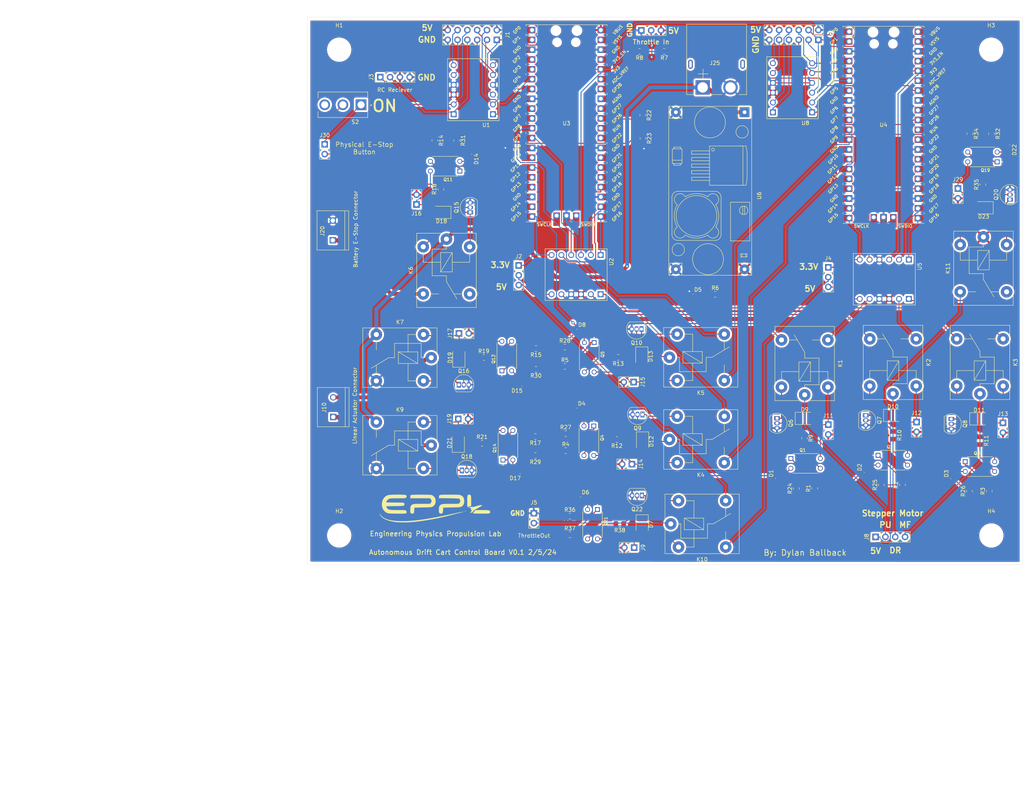
<source format=kicad_pcb>
(kicad_pcb (version 20211014) (generator pcbnew)
  (layers (0 "F.Cu" signal) (31 "B.Cu" signal) (34 "B.Paste" user) (35 "F.Paste" user) (36 "B.SilkS" user "B.Silkscreen") (37 "F.SilkS" user "F.Silkscreen") (38 "B.Mask" user) (39 "F.Mask" user) (44 "Edge.Cuts" user))
  (net 0 "")
  (net 1 "+5V")
  (net 2 "GND")
  (net 3 "/RC_Auto{slash}RC_RelaySig")
  (net 4 "Net-(D8-Pad2)")
  (net 5 "+12V")
  (net 6 "Net-(D9-Pad1)")
  (net 7 "Net-(D9-Pad2)")
  (net 8 "Net-(D1-Pad2)")
  (net 9 "Net-(D10-Pad1)")
  (net 10 "Net-(D2-Pad2)")
  (net 11 "Net-(D10-Pad2)")
  (net 12 "Net-(D3-Pad2)")
  (net 13 "Net-(D11-Pad1)")
  (net 14 "Net-(D4-Pad2)")
  (net 15 "Net-(D5-Pad2)")
  (net 16 "Net-(D11-Pad2)")
  (net 17 "Net-(D12-Pad1)")
  (net 18 "Net-(D12-Pad2)")
  (net 19 "Net-(D13-Pad1)")
  (net 20 "Net-(D13-Pad2)")
  (net 21 "/RC_EStopRelaySig")
  (net 22 "Net-(D14-Pad2)")
  (net 23 "Net-(D15-Pad2)")
  (net 24 "Net-(Q1-Pad1)")
  (net 25 "Net-(Q1-Pad3)")
  (net 26 "Net-(Q2-Pad1)")
  (net 27 "Net-(Q2-Pad3)")
  (net 28 "Net-(D6-Pad2)")
  (net 30 "Net-(D17-Pad2)")
  (net 31 "Net-(D18-Pad1)")
  (net 32 "Net-(D18-Pad2)")
  (net 33 "Net-(D19-Pad1)")
  (net 34 "Net-(D19-Pad2)")
  (net 35 "Net-(D21-Pad1)")
  (net 36 "Net-(D21-Pad2)")
  (net 37 "+3V3")
  (net 38 "/3.3V_TX")
  (net 39 "/3.3V_RX")
  (net 40 "/3.3V_SCL")
  (net 41 "/3.3V_SDA")
  (net 42 "/5V_Tx")
  (net 43 "/5V_Rx")
  (net 44 "/5V_SCL")
  (net 45 "/5V_SDA")
  (net 46 "Net-(D7-Pad1)")
  (net 47 "E-Stop +5V")
  (net 48 "Net-(D7-Pad2)")
  (net 49 "/AutonomousDriftCartRelays/LinearActuatorSig2")
  (net 50 "/Auto_3.3V_TX")
  (net 51 "/Auto_3.3V_RX")
  (net 52 "/Auto_3.3V_SCL")
  (net 53 "/Auto_3.3V_SDA")
  (net 54 "/Auto_5V_Tx")
  (net 55 "/Auto_5V_Rx")
  (net 56 "/Auto_5V_SCL")
  (net 57 "/Auto_5V_SDA")
  (net 58 "/AutonomousDriftCartRelays/LinearActuatorSig1")
  (net 59 "/3.3V_RC_Throttle_Out")
  (net 60 "/RC_ThrottleOut")
  (net 61 "/5V_RC_Throttle_Out")
  (net 62 "/3.3V_Auto_Throttle_Out")
  (net 63 "/Auto_ThrottleOut")
  (net 64 "/5V_Auto_Throttle_Out")
  (net 65 "/ThrottleSignalOut")
  (net 66 "/ThrottleIN")
  (net 67 "/AutonomousDriftCartRelays/Motor -")
  (net 69 "/AutonomousDriftCartRelays/Motor +")
  (net 70 "Net-(Q3-Pad1)")
  (net 71 "Net-(Q3-Pad3)")
  (net 72 "Net-(Q4-Pad1)")
  (net 73 "Net-(Q4-Pad3)")
  (net 74 "Net-(Q5-Pad1)")
  (net 75 "Net-(Q5-Pad3)")
  (net 76 "Net-(Q6-Pad2)")
  (net 77 "Net-(Q7-Pad2)")
  (net 78 "Net-(Q8-Pad2)")
  (net 79 "Net-(Q9-Pad2)")
  (net 80 "Net-(Q10-Pad2)")
  (net 81 "Net-(Q11-Pad1)")
  (net 82 "Net-(Q11-Pad3)")
  (net 83 "Net-(Q12-Pad1)")
  (net 84 "Net-(Q12-Pad3)")
  (net 85 "Net-(Q14-Pad1)")
  (net 86 "Net-(Q14-Pad3)")
  (net 87 "Net-(Q15-Pad2)")
  (net 88 "Net-(Q16-Pad2)")
  (net 89 "Net-(Q18-Pad2)")
  (net 90 "/Battery_Voltage_ADC")
  (net 91 "BatteryE-StopRelay")
  (net 92 "Net-(J30-Pad1)")
  (net 93 "/Stepper_PU_Out")
  (net 94 "/5V_RC_PU")
  (net 101 "/5V_Auto_PU")
  (net 108 "/Stepper_DR_Out")
  (net 116 "/5V_RC_DIR")
  (net 118 "/5V_Auto_DIR")
  (net 119 "/Stepper_MF_Out")
  (net 125 "/5V_RC_MF")
  (net 126 "/5V_Auto_MF")
  (net 127 "/RC_LinearActuatorSig1")
  (net 134 "/Auto_LinearActuatorSig1")
  (net 141 "Net-(D22-Pad2)")
  (net 142 "Net-(D23-Pad1)")
  (net 143 "Net-(D23-Pad2)")
  (net 145 "Net-(Q19-Pad1)")
  (net 146 "Net-(Q19-Pad3)")
  (net 147 "Net-(Q20-Pad2)")
  (net 148 "/RC_LinearActuatorSig2")
  (net 149 "/Auto_LinearActuatorSig2")
  (net 150 "Net-(D14-Pad1)")
  (net 152 "Net-(Q21-Pad1)")
  (net 153 "Net-(Q21-Pad3)")
  (net 154 "Net-(Q22-Pad2)")
  (net 155 "/ThrottleIN_3.3V")
  (net 156 "/3.3V_RC_PU")
  (net 157 "/3.3V_RC_DIR")
  (net 158 "/3.3V_RC_MF")
  (net 162 "/3.3V_Auto_MF")
  (net 163 "/3.3V_Auto_DIR")
  (net 164 "/3.3V_Auto_PU")
  (footprint "Connector_PinHeader_2.54mm:PinHeader_1x04_P2.54mm_Vertical" (layer "F.Cu") (at 267.25 177.575 90)
    (fp_text reference "J8")
    (fp_text value "Stepper Motor")
  )
  (footprint "Resistor_SMD:R_0805_2012Metric_Pad1.20x1.40mm_HandSolder" (layer "F.Cu") (at 201.05 174.2 180)
    (fp_text reference "R38")
    (fp_text value "1K")
  )
  (footprint "Connector_PinSocket_2.54mm:PinSocket_2x06_P2.54mm_Vertical" (layer "F.Cu") (at 169.23 48.95 -90)
    (fp_text reference "J1")
    (fp_text value "RC_PICO_Power/Coms")
  )
  (footprint "Diode_SMD:D_1210_3225Metric_Pad1.42x2.65mm_HandSolder" (layer "F.Cu") (at 159.26 153.2375 90)
    (fp_text reference "D21")
    (fp_text value "~")
  )
  (footprint "Resistor_SMD:R_0805_2012Metric_Pad1.20x1.40mm_HandSolder" (layer "F.Cu") (at 274.2 164.125 90)
    (fp_text reference "R2")
    (fp_text value "1K")
  )
  (footprint "dylan:DIP762W50P254L650H458Q4B" (layer "F.Cu") (at 249.1325 158.55)
    (fp_text reference "Q1")
    (fp_text value "~")
  )
  (footprint "Resistor_SMD:R_0805_2012Metric_Pad1.20x1.40mm_HandSolder" (layer "F.Cu") (at 225.75 114.8)
    (fp_text reference "R6")
    (fp_text value "300")
  )
  (footprint "Resistor_SMD:R_0805_2012Metric_Pad1.20x1.40mm_HandSolder" (layer "F.Cu") (at 296.65 165.725 90)
    (fp_text reference "R3")
    (fp_text value "1K")
  )
  (footprint "Relay_THT:Relay_SPDT_Finder_36.11" (layer "F.Cu") (at 214.25 174.2)
    (fp_text reference "K10")
    (fp_text value "~")
  )
  (footprint "Resistor_SMD:R_0805_2012Metric_Pad1.20x1.40mm_HandSolder" (layer "F.Cu") (at 212.55 51.95 180)
    (fp_text reference "R7")
    (fp_text value "10k")
  )
  (footprint "Connector_PinHeader_2.54mm:PinHeader_1x02_P2.54mm_Vertical" (layer "F.Cu") (at 148.45 91.55 180)
    (fp_text reference "J16")
    (fp_text value "~")
  )
  (footprint "Connector_PinHeader_2.54mm:PinHeader_1x02_P2.54mm_Vertical" (layer "F.Cu") (at 204.64 137.5 -90)
    (fp_text reference "J15")
    (fp_text value "~")
  )
  (footprint "LED_SMD:LED_0402_1005Metric_Pad0.77x0.64mm_HandSolder" (layer "F.Cu") (at 191.2 144.25)
    (fp_text reference "D4")
    (fp_text value "LED2")
  )
  (footprint "Package_TO_SOT_THT:TO-92_Inline" (layer "F.Cu") (at 206.92 145.9 180)
    (fp_text reference "Q9")
    (fp_text value "~")
  )
  (footprint "Connector_PinHeader_2.54mm:PinHeader_1x02_P2.54mm_Vertical" (layer "F.Cu") (at 204.19 158.75 -90)
    (fp_text reference "J14")
    (fp_text value "~")
  )
  (footprint "Diode_SMD:D_1210_3225Metric_Pad1.42x2.65mm_HandSolder" (layer "F.Cu") (at 154.9125 93.6 180)
    (fp_text reference "D18")
    (fp_text value "~")
  )
  (footprint "Resistor_SMD:R_0805_2012Metric_Pad1.20x1.40mm_HandSolder" (layer "F.Cu") (at 165.41 153.35)
    (fp_text reference "R21")
    (fp_text value "1K")
  )
  (footprint "LED_SMD:LED_0402_1005Metric_Pad0.77x0.64mm_HandSolder" (layer "F.Cu") (at 286.75 161.205 90)
    (fp_text reference "D3")
    (fp_text value "LED2")
  )
  (footprint "Diode_SMD:D_1210_3225Metric_Pad1.42x2.65mm_HandSolder" (layer "F.Cu") (at 206.95 152.8625 -90)
    (fp_text reference "D12")
    (fp_text value "~")
  )
  (footprint "dylan:DIP762W50P254L650H458Q4B" (layer "F.Cu") (at 194 174.2825 -90)
    (fp_text reference "Q21")
    (fp_text value "~")
  )
  (footprint "Resistor_SMD:R_0805_2012Metric_Pad1.20x1.40mm_HandSolder" (layer "F.Cu") (at 158.85 75 -90)
    (fp_text reference "R31")
    (fp_text value "100K")
  )
  (footprint "Connector_PinHeader_2.54mm:PinHeader_1x02_P2.54mm_Vertical" (layer "F.Cu") (at 124.7 75.975)
    (fp_text reference "J30")
    (fp_text value "Physical E-Stop Button Connection")
  )
  (footprint "Connector_PinHeader_2.54mm:PinHeader_1x04_P2.54mm_Vertical" (layer "F.Cu") (at 139.07 58.6 90)
    (fp_text reference "J3")
    (fp_text value "RC Reciever ")
  )
  (footprint "Resistor_SMD:R_0805_2012Metric_Pad1.20x1.40mm_HandSolder" (layer "F.Cu") (at 186.85 133.45)
    (fp_text reference "R5")
    (fp_text value "1K")
  )
  (footprint "Diode_SMD:D_1210_3225Metric_Pad1.42x2.65mm_HandSolder" (layer "F.Cu") (at 294.0625 147.025)
    (fp_text reference "D11")
    (fp_text value "~")
  )
  (footprint "dylan:TE_282837-2" (layer "F.Cu") (at 126.9 144 90)
    (fp_text reference "J10")
    (fp_text value "Linear Actuator Connector")
  )
  (footprint "Diode_SMD:D_1210_3225Metric_Pad1.42x2.65mm_HandSolder" (layer "F.Cu") (at 159.41 131.2 90)
    (fp_text reference "D19")
    (fp_text value "~")
  )
  (footprint "Package_TO_SOT_THT:TO-92_Inline" (layer "F.Cu") (at 264.7 146.125 -90)
    (fp_text reference "Q7")
    (fp_text value "~")
  )
  (footprint "dylan:DIP762W50P254L650H458Q4B" (layer "F.Cu") (at 294.25 159.375)
    (fp_text reference "Q3")
    (fp_text value "~")
  )
  (footprint "dylan:CONV_BOB-12009" (layer "F.Cu") (at 189.75 109.7 -90)
    (fp_text reference "U2")
    (fp_text value "Level Shifter")
  )
  (footprint "Resistor_SMD:R_0805_2012Metric_Pad1.20x1.40mm_HandSolder" (layer "F.Cu") (at 207 68.45 -90)
    (fp_text reference "R22")
    (fp_text value "100k")
  )
  (footprint "Package_TO_SOT_THT:TO-92_Inline" (layer "F.Cu") (at 160.19 160.36)
    (fp_text reference "Q18")
    (fp_text value "~")
  )
  (footprint "Relay_THT:Relay_SPDT_Finder_36.11" (layer "F.Cu") (at 271.75 140.525 90)
    (fp_text reference "K2")
    (fp_text value "~")
  )
  (footprint "Relay_THT:Relay_SPDT_Finder_36.11" (layer "F.Cu") (at 213.9 131.1)
    (fp_text reference "K5")
    (fp_text value "~")
  )
  (footprint "LED_SMD:LED_0402_1005Metric_Pad0.77x0.64mm_HandSolder" (layer "F.Cu") (at 302 77.4275 -90)
    (fp_text reference "D22")
    (fp_text value "LED2")
  )
  (footprint "Relay_THT:Relay_SPDT_Finder_36.11" (layer "F.Cu") (at 152.26 153.85 180)
    (fp_text reference "K9")
    (fp_text value "~")
  )
  (footprint "dylan:RPi_Pico_SMD_TH" (layer "F.Cu") (at 187.25 70.55)
    (fp_text reference "U3")
    (fp_text value "RC Pico")
  )
  (footprint "dylan:TE_282837-2" (layer "F.Cu") (at 126.8 98.25 90)
    (fp_text reference "J20")
    (fp_text value "Battery E-Stop Connector")
  )
  (footprint "Connector_PinHeader_2.54mm:PinHeader_1x02_P2.54mm_Vertical" (layer "F.Cu") (at 204.775 180.35 -90)
    (fp_text reference "J9")
    (fp_text value "~")
  )
  (footprint "Package_TO_SOT_THT:TO-92_Inline" (layer "F.Cu") (at 206.67 123.79 180)
    (fp_text reference "Q10")
    (fp_text value "~")
  )
  (footprint "Diode_SMD:D_1210_3225Metric_Pad1.42x2.65mm_HandSolder" (layer "F.Cu") (at 248.9 146.9)
    (fp_text reference "D9")
    (fp_text value "~")
  )
  (footprint "dylan:DIP762W50P254L650H458Q4B" (layer "F.Cu") (at 294.9 79.25 180)
    (fp_text reference "Q19")
    (fp_text value "~")
  )
  (footprint "Resistor_SMD:R_0805_2012Metric_Pad1.20x1.40mm_HandSolder" (layer "F.Cu") (at 200.65 131.1 180)
    (fp_text reference "R13")
    (fp_text value "1K")
  )
  (footprint "Diode_SMD:D_1210_3225Metric_Pad1.42x2.65mm_HandSolder" (layer "F.Cu") (at 295.2125 92.4 180)
    (fp_text reference "D23")
    (fp_text value "~")
  )
  (footprint "Connector_PinHeader_2.54mm:PinHeader_1x02_P2.54mm_Vertical" (layer "F.Cu") (at 159.26 147.05 90)
    (fp_text reference "J19")
    (fp_text value "~")
  )
  (footprint "Resistor_SMD:R_0805_2012Metric_Pad1.20x1.40mm_HandSolder" (layer "F.Cu") (at 246.75 165.05 90)
    (fp_text reference "R24")
    (fp_text value "100K")
  )
  (footprint "Package_TO_SOT_THT:TO-92_Inline" (layer "F.Cu") (at 162.35 93.59 90)
    (fp_text reference "Q15")
    (fp_text value "~")
  )
  (footprint "LED_SMD:LED_0402_1005Metric_Pad0.77x0.64mm_HandSolder" (layer "F.Cu") (at 162.75 79.7775 -90)
    (fp_text reference "D14")
    (fp_text value "LED2")
  )
  (footprint "Relay_THT:Relay_SPDT_Finder_36.11" (layer "F.Cu") (at 152.26 131.2 180)
    (fp_text reference "K7")
    (fp_text value "~")
  )
  (footprint "Diode_SMD:D_1210_3225Metric_Pad1.42x2.65mm_HandSolder" (layer "F.Cu") (at 206.85 174.3125 -90)
    (fp_text reference "D7")
    (fp_text value "~")
  )
  (footprint "Resistor_SMD:R_0805_2012Metric_Pad1.20x1.40mm_HandSolder" (layer "F.Cu") (at 187.05 155.25)
    (fp_text reference "R4")
    (fp_text value "1K")
  )
  (footprint "dylan:RPi_Pico_SMD_TH" (layer "F.Cu") (at 269.3 70.955)
    (fp_text reference "U4")
    (fp_text value "Autonomous Pico")
  )
  (footprint "Relay_THT:Relay_SPDT_Finder_36.11" (layer "F.Cu") (at 213.9 152.35)
    (fp_text reference "K4")
    (fp_text value "~")
  )
  (footprint "Connector_PinHeader_2.54mm:PinHeader_1x03_P2.54mm_Vertical" (layer "F.Cu") (at 174.9 107.325)
    (fp_text reference "J2")
    (fp_text value "RC_ThrottleOut_3.3v_5v")
  )
  (footprint "Diode_SMD:D_1210_3225Metric_Pad1.42x2.65mm_HandSolder" (layer "F.Cu") (at 271.75 146.125)
    (fp_text reference "D10")
    (fp_text value "~")
  )
  (footprint "Resistor_SMD:R_0805_2012Metric_Pad1.20x1.40mm_HandSolder" (layer "F.Cu") (at 291.65 73.25 -90)
    (fp_text reference "R34")
    (fp_text value "1K")
  )
  (footprint "Resistor_SMD:R_0805_2012Metric_Pad1.20x1.40mm_HandSolder" (layer "F.Cu") (at 206.15 51.95 180)
    (fp_text reference "R8")
    (fp_text value "12.2k")
  )
  (footprint "Diode_SMD:D_1210_3225Metric_Pad1.42x2.65mm_HandSolder" (layer "F.Cu") (at 206.75 130.8625 -90)
    (fp_text reference "D13")
    (fp_text value "~")
  )
  (footprint "Connector_PinHeader_2.54mm:PinHeader_1x03_P2.54mm_Vertical" (layer "F.Cu") (at 255 107.81)
    (fp_text reference "J4")
    (fp_text value "RC_ThrottleOut_3.3v_5v")
  )
  (footprint "LED_SMD:LED_0402_1005Metric_Pad0.77x0.64mm_HandSolder" (layer "F.Cu") (at 192.1775 167.2)
    (fp_text reference "D6")
    (fp_text value "LED2")
  )
  (footprint "dylan:DIP762W50P254L650H458Q4B" (layer "F.Cu") (at 171.81 130.7675 90)
    (fp_text reference "Q12")
    (fp_text value "~")
  )
  (footprint "Resistor_SMD:R_0805_2012Metric_Pad1.20x1.40mm_HandSolder" (layer "F.Cu") (at 297.25 73.25 -90)
    (fp_text reference "R32")
    (fp_text value "100K")
  )
  (footprint "Resistor_SMD:R_0805_2012Metric_Pad1.20x1.40mm_HandSolder" (layer "F.Cu") (at 248.85 152.05 -90)
    (fp_text reference "R9")
    (fp_text value "1K")
  )
  (footprint "Connector_PinSocket_2.54mm:PinSocket_1x02_P2.54mm_Vertical" (layer "F.Cu") (at 178.825 171.45)
    (fp_text reference "J5")
    (fp_text value "ThrottleOut")
  )
  (footprint "Resistor_SMD:R_0805_2012Metric_Pad1.20x1.40mm_HandSolder" (layer "F.Cu") (at 179.36 134.2 180)
    (fp_text reference "R30")
    (fp_text value "100K")
  )
  (footprint "MountingHole:MountingHole_5.3mm_M5" (layer "F.Cu") (at 128.45 51.5)
    (fp_text reference "H1")
    (fp_text value "MountingHole")
  )
  (footprint "LED_SMD:LED_0402_1005Metric_Pad0.77x0.64mm_HandSolder" (layer "F.Cu") (at 221.28 114.77)
    (fp_text reference "D5")
    (fp_text value "LED")
  )
  (footprint "Resistor_SMD:R_0805_2012Metric_Pad1.20x1.40mm_HandSolder" (layer "F.Cu") (at 154.75 87.65 90)
    (fp_text reference "R18")
    (fp_text value "1K")
  )
  (footprint "Resistor_SMD:R_0805_2012Metric_Pad1.20x1.40mm_HandSolder" (layer "F.Cu") (at 179.36 128.8 180)
    (fp_text reference "R15")
    (fp_text value "1K")
  )
  (footprint "Resistor_SMD:R_0805_2012Metric_Pad1.20x1.40mm_HandSolder" (layer "F.Cu") (at 207.05 74.45 -90)
    (fp_text reference "R23")
    (fp_text value "4k")
  )
  (footprint "Connector_PinHeader_2.54mm:PinHeader_1x02_P2.54mm_Vertical" (layer "F.Cu") (at 277.85 147.85)
    (fp_text reference "J12")
    (fp_text value "~")
  )
  (footprint "Resistor_SMD:R_0805_2012Metric_Pad1.20x1.40mm_HandSolder" (layer "F.Cu") (at 188.15 177)
    (fp_text reference "R37")
    (fp_text value "1K")
  )
  (footprint "Resistor_SMD:R_0805_2012Metric_Pad1.20x1.40mm_HandSolder" (layer "F.Cu") (at 165.86 131.15)
    (fp_text reference "R19")
    (fp_text value "1K")
  )
  (footprint "dylan:CONV_BOB-12009" (layer "F.Cu") (at 269.5 110.9 -90)
    (fp_text reference "U5")
    (fp_text value "Level Shifter")
  )
  (footprint "dylan:DCDC_StepDown_LM2596" (layer "F.Cu") (at 233.34 67.68 -90)
    (fp_text reference "U6")
    (fp_text value "12V TO 5V LM2596 (3A)")
  )
  (footprint "dylan:SW_500SSP1S2M2QEA" (layer "F.Cu") (at 129.4 65.75 180)
    (fp_text reference "S2")
    (fp_text value "500SSP1S2M2QEA")
  )
  (footprint "Connector_PinSocket_2.54mm:PinSocket_2x06_P2.54mm_Vertical" (layer "F.Cu") (at 252.44 48.94 -90)
    (fp_text reference "J7" hide)
    (fp_text value "Auto_PICO_Power/Coms")
  )
  (footprint "Resistor_SMD:R_0805_2012Metric_Pad1.20x1.40mm_HandSolder" (layer "F.Cu") (at 153.2 75 -90)
    (fp_text reference "R14")
    (fp_text value "1K")
  )
  (footprint "Resistor_SMD:R_0805_2012Metric_Pad1.20x1.40mm_HandSolder" (layer "F.Cu") (at 179.21 156.55 180)
    (fp_text reference "R29")
    (fp_text value "100K")
  )
  (footprint "LED_SMD:LED_0402_1005Metric_Pad0.77x0.64mm_HandSolder" (layer "F.Cu") (at 174.46 138.55 180)
    (fp_text reference "D15")
    (fp_text value "LED2")
  )
  (footprint "dylan:DIP762W50P254L650H458Q4B" (layer "F.Cu") (at 155.85 81.65 180)
    (fp_text reference "Q11")
    (fp_text value "~")
  )
  (footprint "dylan:DIP762W50P254L650H458Q4B" (layer "F.Cu") (at 193.15 131.1 -90)
    (fp_text reference "Q5")
    (fp_text value "~")
  )
  (footprint "dylan:DIP762W50P254L650H458Q4B" (layer "F.Cu") (at 193.05 152.6825 -90)
    (fp_text reference "Q4")
    (fp_text value "~")
  )
  (footprint "MountingHole:MountingHole_5.3mm_M5" (layer "F.Cu") (at 297.15 51.5)
    (fp_text reference "H3")
    (fp_text value "MountingHole")
  )
  (footprint "Resistor_SMD:R_0805_2012Metric_Pad1.20x1.40mm_HandSolder" (layer "F.Cu") (at 186.85 128.45)
    (fp_text reference "R28")
    (fp_text value "100K")
  )
  (footprint "Resistor_SMD:R_0805_2012Metric_Pad1.20x1.40mm_HandSolder" (layer "F.Cu") (at 295 86.4 90)
    (fp_text reference "R35")
    (fp_text value "1K")
  )
  (footprint "LED_SMD:LED_0402_1005Metric_Pad0.77x0.64mm_HandSolder" (layer "F.Cu") (at 191.2725 123.85)
    (fp_text reference "D8")
    (fp_text value "LED2")
  )
  (footprint "LED_SMD:LED_0402_1005Metric_Pad0.77x0.64mm_HandSolder" (layer "F.Cu") (at 173.99 161.2 180)
    (fp_text reference "D17")
    (fp_text value "LED2")
  )
  (footprint "dylan:AMASS_XT60PW-M" (layer "F.Cu") (at 226.1 55.2657)
    (fp_text reference "J25")
    (fp_text value "12V IN")
  )
  (footprint "Connector_PinHeader_2.54mm:PinHeader_1x02_P2.54mm_Vertical" (layer "F.Cu") (at 300.2 148.05)
    (fp_text reference "J13")
    (fp_text value "~")
  )
  (footprint "Resistor_SMD:R_0805_2012Metric_Pad1.20x1.40mm_HandSolder" (layer "F.Cu") (at 271.75 151.275 -90)
    (fp_text reference "R10")
    (fp_text value "1K")
  )
  (footprint "Relay_THT:Relay_SPDT_Finder_36.11" (layer "F.Cu") (at 295.15 99.95 -90)
    (fp_text reference "K11")
    (fp_text value "~")
  )
  (footprint "LED_SMD:LED_0402_1005Metric_Pad0.77x0.64mm_HandSolder" (layer "F.Cu") (at 264.3 159.575 90)
    (fp_text reference "D2")
    (fp_text value "LED2")
  )
  (footprint "MountingHole:MountingHole_5.3mm_M5" (layer "F.Cu") (at 128.45 177.2)
    (fp_text reference "H2")
    (fp_text value "MountingHole")
  )
  (footprint "Package_TO_SOT_THT:TO-92_Inline" (layer "F.Cu") (at 159.41 138.2)
    (fp_text reference "Q16")
    (fp_text value "~")
  )
  (footprint "Connector_PinHeader_2.54mm:PinHeader_1x02_P2.54mm_Vertical" (layer "F.Cu") (at 288.55 87.425)
    (fp_text reference "J29")
    (fp_text value "~")
  )
  (footprint "Package_TO_SOT_THT:TO-92_Inline" (layer "F.Cu") (at 286.84 147.055 -90)
    (fp_text reference "Q8")
    (fp_text value "~")
  )
  (footprint "MountingHole:MountingHole_5.3mm_M5" (layer "F.Cu") (at 297.2 177.2)
    (fp_text reference "H4")
    (fp_text value "MountingHole")
  )
  (footprint "Relay_THT:Relay_SPDT_Finder_36.11" (layer "F.Cu") (at 248.9 140.8 90)
    (fp_text reference "K1")
    (fp_text value "~")
  )
  (footprint "Resistor_SMD:R_0805_2012Metric_Pad1.20x1.40mm_HandSolder" (layer "F.Cu") (at 291.55 165.725 90)
    (fp_text reference "R26")
    (fp_text value "100K")
  )
  (footprint "Resistor_SMD:R_0805_2012Metric_Pad1.20x1.40mm_HandSolder" (layer "F.Cu") (at 179.21 151.6 180)
    (fp_text reference "R17")
    (fp_text value "1K")
  )
  (footprint "dylan:DIP762W50P254L650H458Q4B" (layer "F.Cu") (at 271.7 157.725)
    (fp_text reference "Q2")
    (fp_text value "~")
  )
  (footprint "Connector_PinHeader_2.54mm:PinHeader_1x02_P2.54mm_Vertical" (layer "F.Cu") (at 255 148.525)
    (fp_text reference "J11")
    (fp_text value "~")
  )
  (footprint "Resistor_SMD:R_0805_2012Metric_Pad1.20x1.40mm_HandSolder" (layer "F.Cu") (at 251.5 165 90)
    (fp_text reference "R1")
    (fp_text value "1K")
  )
  (footprint "Package_TO_SOT_THT:TO-92_Inline" (layer "F.Cu") (at 302.01 90.27 90)
    (fp_text reference "Q20")
    (fp_text value "~")
  )
  (footprint "Relay_THT:Relay_SPDT_Finder_36.11" (layer "F.Cu") (at 156.2 100.5 -90)
    (fp_text reference "K6")
    (fp_text value "~")
  )
  (footprint "Package_TO_SOT_THT:TO-92_Inline" (layer "F.Cu") (at 206.79 166.85 180)
    (fp_text reference "Q22")
    (fp_text value "~")
  )
  (footprint "Resistor_SMD:R_0805_2012Metric_Pad1.20x1.40mm_HandSolder" (layer "F.Cu") (at 268.75 164.125 90)
    (fp_text reference "R25")
    (fp_text value "100K")
  )
  (footprint "dylan:CONV_BOB-12009" (layer "F.Cu") (at 163.15 61.85 180)
    (fp_text reference "U1")
    (fp_text value "Level Shifter")
  )
  (footprint "Resistor_SMD:R_0805_2012Metric_Pad1.20x1.40mm_HandSolder" (layer "F.Cu") (at 187.05 150.85)
    (fp_text reference "R27")
    (fp_text value "100K")
  )
  (footprint "Relay_THT:Relay_SPDT_Finder_36.11" (layer "F.Cu") (at 294.25 140.525 90)
    (fp_text reference "K3")
    (fp_text value "~")
  )
  (footprint "dylan:CONV_BOB-12009" (layer "F.Cu") (at 245.75 61.35 180)
    (fp_text reference "U8")
    (fp_text value "Level Shifter")
  )
  (footprint "Package_TO_SOT_THT:TO-92_Inline" (layer "F.Cu") (at 241.74 146.88 -90)
    (fp_text reference "Q6")
    (fp_text value "~")
  )
  (footprint "Resistor_SMD:R_0805_2012Metric_Pad1.20x1.40mm_HandSolder" (layer "F.Cu") (at 200.3 152.35 180)
    (fp_text reference "R12")
    (fp_text value "1K")
  )
  (footprint "dylan:DIP762W50P254L650H458Q4B" (layer "F.Cu") (at 172.11 153.85 90)
    (fp_text reference "Q14")
    (fp_text value "~")
  )
  (footprint "LED_SMD:LED_0402_1005Metric_Pad0.77x0.64mm_HandSolder" (layer "F.Cu") (at 241.4 161.15 90)
    (fp_text reference "D1")
    (fp_text value "LED2")
  )
  (footprint "Connector_PinHeader_2.54mm:PinHeader_1x03_P2.54mm_Vertical" (layer "F.Cu") (at 206.625 46.5 90)
    (fp_text reference "J6" hide)
    (fp_text value "ThrottleInputADC")
  )
  (footprint "Connector_PinHeader_2.54mm:PinHeader_1x02_P2.54mm_Vertical" (layer "F.Cu") (at 159.435 124.9 90)
    (fp_text reference "J17")
    (fp_text value "~")
  )
  (footprint "Resistor_SMD:R_0805_2012Metric_Pad1.20x1.40mm_HandSolder" (layer "F.Cu") (at 294.25 152.675 -90)
    (fp_text reference "R11")
    (fp_text value "1K")
  )
  (footprint "Resistor_SMD:R_0805_2012Metric_Pad1.20x1.40mm_HandSolder" (layer "F.Cu") (at 188.15 172.2)
    (fp_text reference "R36")
    (fp_text value "100K")
  )
  (footprint "dylan:eppl_logo2" (layer "F.Cu") (at 153.45 170.2)
    (fp_text reference "G***" hide)
    (fp_text value "LOGO" hide)
  )
  (gr_rect (start 120.2 43.1) (end 305.35 184.75) (layer "Edge.Cuts") (width 0.05) (fill none))
  (gr_text "5V" (at 250.25 113.35) (layer "F.SilkS") (effects (font (size 1.5 1.5) (thickness 0.3))))
  (gr_text "MF" (at 274.9 174.45) (layer "F.SilkS") (effects (font (size 1.5 1.5) (thickness 0.3))))
  (gr_text "5V" (at 151.2 45.85) (layer "F.SilkS") (effects (font (size 1.5 1.5) (thickness 0.3))))
  (gr_text "5V" (at 267.25 181.2) (layer "F.SilkS") (effects (font (size 1.5 1.5) (thickness 0.3))))
  (gr_text "GND" (at 203.65 46.4 90) (layer "F.SilkS") (effects (font (size 1.2 1.2) (thickness 0.3))))
  (gr_text "DR" (at 272.35 181.05) (layer "F.SilkS") (effects (font (size 1.5 1.5) (thickness 0.3))))
  (gr_text "5V" (at 214.95 46.6) (layer "F.SilkS") (effects (font (size 1.5 1.5) (thickness 0.3))))
  (gr_text "GND" (at 236.25 50.2 90) (layer "F.SilkS") (effects (font (size 1.5 1.5) (thickness 0.3))))
  (gr_text "5V" (at 170.4 112.9) (layer "F.SilkS") (effects (font (size 1.5 1.5) (thickness 0.3))))
  (gr_text "Stepper Motor" (at 271.65 171.45) (layer "F.SilkS") (effects (font (size 1.5 1.5) (thickness 0.3))))
  (gr_text "Physical E-Stop\nButton" (at 134.95 77) (layer "F.SilkS") (effects (font (size 1.2 1.2))))
  (gr_text "Engineering Physics Propulsion Lab" (at 153.4 176.75) (layer "F.SilkS") (effects (font (size 1.25 1.25) (thickness 0.2))))
  (gr_text "GND" (at 151.15 48.9) (layer "F.SilkS") (effects (font (size 1.5 1.5) (thickness 0.3))))
  (gr_text "5V" (at 236.2 46.35) (layer "F.SilkS") (effects (font (size 1.5 1.5) (thickness 0.3))))
  (gr_text "Throttle In" (at 209.15 49.5) (layer "F.SilkS") (effects (font (size 1.2 1.2) (thickness 0.2))))
  (gr_text "ON" (at 140.2 66.05) (layer "F.SilkS") (effects (font (size 3 3) (thickness 0.5))))
  (gr_text "3.3V" (at 170.1 107.2) (layer "F.SilkS") (effects (font (size 1.5 1.5) (thickness 0.3))))
  (gr_text "By: Dylan Ballback" (at 249 181.65) (layer "F.SilkS") (effects (font (size 1.5 1.5) (thickness 0.2))))
  (gr_text "GND" (at 151.05 58.7) (layer "F.SilkS") (effects (font (size 1.5 1.5) (thickness 0.3))))
  (gr_text "Autonomous Drift Cart Control Board V0.1 2/5/24" (at 160.45 181.55) (layer "F.SilkS") (effects (font (size 1.25 1.25) (thickness 0.2))))
  (gr_text "3.3V" (at 249.95 107.65) (layer "F.SilkS") (effects (font (size 1.5 1.5) (thickness 0.3))))
  (gr_text "GND" (at 174.6 171.45) (layer "F.SilkS") (effects (font (size 1.2 1.2) (thickness 0.3))))
  (gr_text "PU" (at 269.8 174.45) (layer "F.SilkS") (effects (font (size 1.5 1.5) (thickness 0.3))))
  (via (at 209.35 50.45) (size 0.8) (drill 0.4) (layers "F.Cu" "B.Cu") (net 1))
  (via (at 209.3 53.4) (size 0.8) (drill 0.4) (layers "F.Cu" "B.Cu") (net 1))
  (segment (start 209.35 53.35) (end 209.3 53.4) (width 0.25) (layer "B.Cu") (net 1))
  (segment (start 209.35 50.45) (end 209.35 53.35) (width 0.25) (layer "B.Cu") (net 1))
  (segment (start 178.36 76.9) (end 171.45 76.9) (width 0.25) (layer "F.Cu") (net 2))
  (segment (start 219.05 114) (end 219.9375 114) (width 0.25) (layer "F.Cu") (net 2))
  (segment (start 203.15 51.95) (end 205.15 51.95) (width 0.25) (layer "F.Cu") (net 2))
  (segment (start 250.83 60.08) (end 240.67 60.08) (width 0.25) (layer "F.Cu") (net 2))
  (segment (start 188.48 95.68) (end 188.48 104.62) (width 0.25) (layer "F.Cu") (net 2))
  (segment (start 207.05 76.8383) (end 207.05 75.45) (width 0.25) (layer "F.Cu") (net 2))
  (segment (start 207.3062 77.0945) (end 207.05 76.8383) (width 0.25) (layer "F.Cu") (net 2))
  (segment (start 219.9375 114) (end 220.7075 114.77) (width 0.25) (layer "F.Cu") (net 2))
  (segment (start 187.25 94.45) (end 188.48 95.68) (width 0.25) (layer "F.Cu") (net 2))
  (via (at 207.3062 77.0945) (size 0.8) (drill 0.4) (layers "F.Cu" "B.Cu") (net 2))
  (via (at 219.05 114) (size 0.8) (drill 0.4) (layers "F.Cu" "B.Cu") (net 2))
  (via (at 171.45 76.9) (size 0.8) (drill 0.4) (layers "F.Cu" "B.Cu") (net 2))
  (via (at 203.15 51.95) (size 0.8) (drill 0.4) (layers "F.Cu" "B.Cu") (net 2))
  (segment (start 189.15 172.2) (end 189.15 169.655) (width 0.25) (layer "F.Cu") (net 3))
  (segment (start 267.2775 163.125) (end 264.3 160.1475) (width 0.25) (layer "F.Cu") (net 3))
  (segment (start 169.15 136.0738) (end 169.15 133.85) (width 0.25) (layer "F.Cu") (net 3))
  (segment (start 189.15 169.655) (end 191.605 167.2) (width 0.25) (layer "F.Cu") (net 3))
  (segment (start 284.4275 164.1) (end 286.75 161.7775) (width 0.25) (layer "F.Cu") (net 3))
  (segment (start 169.25 156.9) (end 179.3225 146.8275) (width 0.25) (layer "F.Cu") (net 3))
  (segment (start 169.25 158.4) (end 169.25 156.9) (width 0.25) (layer "F.Cu") (net 3))
  (segment (start 264.3 160.1475) (end 259.4475 165) (width 0.25) (layer "F.Cu") (net 3))
  (segment (start 244.4225 161.7225) (end 241.4 161.7225) (width 0.25) (layer "F.Cu") (net 3))
  (segment (start 186.8148 127.4148) (end 187.85 128.45) (width 0.25) (layer "F.Cu") (net 3))
  (segment (start 197.0825 161.7225) (end 191.605 167.2) (width 0.25) (layer "F.Cu") (net 3))
  (segment (start 246.75 164.05) (end 244.4225 161.7225) (width 0.25) (layer "F.Cu") (net 3))
  (segment (start 179.3225 146.8275) (end 179.9037 146.8275) (width 0.25) (layer "F.Cu") (net 3))
  (segment (start 269.725 164.1) (end 284.4275 164.1) (width 0.25) (layer "F.Cu") (net 3))
  (segment (start 190.3796 123.85) (end 186.8148 127.4148) (width 0.25) (layer "F.Cu") (net 3))
  (segment (start 268.75 163.125) (end 269.725 164.1) (width 0.25) (layer "F.Cu") (net 3))
  (segment (start 169.15 133.85) (end 175.5852 127.4148) (width 0.25) (layer "F.Cu") (net 3))
  (segment (start 179.9037 146.8275) (end 188.05 146.8275) (width 0.25) (layer "F.Cu") (net 3))
  (segment (start 189.15 169.655) (end 180.505 169.655) (width 0.25) (layer "F.Cu") (net 3))
  (segment (start 241.4 161.7225) (end 197.0825 161.7225) (width 0.25) (layer "F.Cu") (net 3))
  (segment (start 188.05 146.8275) (end 190.6275 144.25) (width 0.25) (layer "F.Cu") (net 3))
  (segment (start 190.65 123.85) (end 190.7 123.85) (width 0.25) (layer "F.Cu") (net 3))
  (segment (start 291.55 164.725) (end 289.6975 164.725) (width 0.25) (layer "F.Cu") (net 3))
  (segment (start 180.505 169.655) (end 169.25 158.4) (width 0.25) (layer "F.Cu") (net 3))
  (segment (start 289.6975 164.725) (end 286.75 161.7775) (width 0.25) (layer "F.Cu") (net 3))
  (segment (start 259.4475 165) (end 247.7 165) (width 0.25) (layer "F.Cu") (net 3))
  (segment (start 190.7 123.85) (end 190.3796 123.85) (width 0.25) (layer "F.Cu") (net 3))
  (segment (start 188.05 150.85) (end 188.05 146.8275) (width 0.25) (layer "F.Cu") (net 3))
  (segment (start 247.7 165) (end 246.75 164.05) (width 0.25) (layer "F.Cu") (net 3))
  (segment (start 179.9037 146.8275) (end 169.15 136.0738) (width 0.25) (layer "F.Cu") (net 3))
  (segment (start 175.5852 127.4148) (end 186.8148 127.4148) (width 0.25) (layer "F.Cu") (net 3))
  (segment (start 188.95 122.15) (end 190.65 123.85) (width 0.25) (layer "F.Cu") (net 3))
  (segment (start 268.75 163.125) (end 267.2775 163.125) (width 0.25) (layer "F.Cu") (net 3))
  (via (at 188.95 122.15) (size 0.8) (drill 0.4) (layers "F.Cu" "B.Cu") (net 3))
  (segment (start 188.95 122.15) (end 184.67 117.87) (width 0.25) (layer "B.Cu") (net 3))
  (segment (start 184.67 117.87) (end 184.67 99.1762) (width 0.25) (layer "B.Cu") (net 3))
  (segment (start 179.403282 81.98) (end 178.36 81.98) (width 0.25) (layer "B.Cu") (net 3))
  (segment (start 184.67 99.1762) (end 180.1009 94.6071) (width 0.25) (layer "B.Cu") (net 3))
  (segment (start 180.1009 94.6071) (end 180.1009 82.677618) (width 0.25) (layer "B.Cu") (net 3))
  (segment (start 180.1009 82.677618) (end 179.403282 81.98) (width 0.25) (layer "B.Cu") (net 3))
  (segment (start 191.845 123.85) (end 191.845 127.255) (width 0.25) (layer "F.Cu") (net 4))
  (segment (start 191.845 127.255) (end 191.88 127.29) (width 0.25) (layer "F.Cu") (net 4))
  (segment (start 223.7657 61.2657) (end 230.18 67.68) (width 1) (layer "F.Cu") (net 5))
  (segment (start 222.5 61.2657) (end 223.7657 61.2657) (width 1) (layer "F.Cu") (net 5))
  (segment (start 172.1 97.95) (end 158.75 97.95) (width 1) (layer "F.Cu") (net 5))
  (segment (start 158.75 97.95) (end 156.2 100.5) (width 1) (layer "F.Cu") (net 5))
  (segment (start 202.95 107.55) (end 200.15 110.35) (width 1) (layer "F.Cu") (net 5))
  (segment (start 230.18 67.68) (end 233.34 67.68) (width 1) (layer "F.Cu") (net 5))
  (segment (start 184.5 110.35) (end 172.1 97.95) (width 1) (layer "F.Cu") (net 5))
  (segment (start 200.15 110.35) (end 184.5 110.35) (width 1) (layer "F.Cu") (net 5))
  (via (at 202.95 107.55) (size 0.8) (drill 0.4) (layers "F.Cu" "B.Cu") (net 5))
  (segment (start 208.9343 61.2657) (end 222.5 61.2657) (width 1) (layer "B.Cu") (net 5))
  (segment (start 134.7 144.49) (end 138.06 147.85) (width 1) (layer "B.Cu") (net 5))
  (segment (start 138.06 125.2) (end 138.06 118.64) (width 1) (layer "B.Cu") (net 5))
  (segment (start 138.06 118.64) (end 156.2 100.5) (width 1) (layer "B.Cu") (net 5))
  (segment (start 138.06 125.2) (end 134.7 128.56) (width 1) (layer "B.Cu") (net 5))
  (segment (start 134.7 128.56) (end 134.7 144.49) (width 1) (layer "B.Cu") (net 5))
  (segment (start 202.95 107.55) (end 202.95 67.25) (width 1) (layer "B.Cu") (net 5))
  (segment (start 202.95 67.25) (end 208.9343 61.2657) (width 1) (layer "B.Cu") (net 5))
  (segment (start 247.3925 146.88) (end 247.4125 146.9) (width 0.25) (layer "F.Cu") (net 6))
  (segment (start 242.9 146.88) (end 242.9 138.8) (width 0.25) (layer "F.Cu") (net 6))
  (segment (start 242.9 146.88) (end 247.3925 146.88) (width 0.25) (layer "F.Cu") (net 6))
  (segment (start 241.74 146.88) (end 242.9 146.88) (width 0.25) (layer "F.Cu") (net 6))
  (segment (start 252.0125 148.525) (end 250.3875 146.9) (width 0.25) (layer "F.Cu") (net 7))
  (segment (start 252.9425 148.525) (end 252.0125 148.525) (width 0.25) (layer "F.Cu") (net 7))
  (segment (start 255 148.525) (end 254.7058 148.525) (width 0.25) (layer "F.Cu") (net 7))
  (segment (start 254.7058 148.525) (end 252.9425 148.525) (width 0.25) (layer "F.Cu") (net 7))
  (segment (start 252.9425 148.525) (end 252.9425 157.28) (width 0.25) (layer "F.Cu") (net 7))
  (segment (start 254.9 147.2481) (end 255 147.3481) (width 0.25) (layer "B.Cu") (net 7))
  (segment (start 255 148.525) (end 255 147.3481) (width 0.25) (layer "B.Cu") (net 7))
  (segment (start 254.9 138.8) (end 254.9 147.2481) (width 0.25) (layer "B.Cu") (net 7))
  (segment (start 244.565 160.5775) (end 245.3225 159.82) (width 0.25) (layer "F.Cu") (net 8))
  (segment (start 241.4 160.5775) (end 244.565 160.5775) (width 0.25) (layer "F.Cu") (net 8))
  (segment (start 265.75 146.125) (end 265.75 138.525) (width 0.25) (layer "F.Cu") (net 9))
  (segment (start 265.75 146.125) (end 264.7 146.125) (width 0.25) (layer "F.Cu") (net 9))
  (segment (start 270.2625 146.125) (end 265.75 146.125) (width 0.25) (layer "F.Cu") (net 9))
  (segment (start 267.89 158.995) (end 264.3075 158.995) (width 0.25) (layer "F.Cu") (net 10))
  (segment (start 264.3075 158.995) (end 264.3 159.0025) (width 0.25) (layer "F.Cu") (net 10))
  (segment (start 275.51 147.85) (end 274.9625 147.85) (width 0.25) (layer "F.Cu") (net 11))
  (segment (start 274.9625 147.85) (end 273.2375 146.125) (width 0.25) (layer "F.Cu") (net 11))
  (segment (start 275.51 156.455) (end 275.51 147.85) (width 0.25) (layer "F.Cu") (net 11))
  (segment (start 277.85 147.85) (end 275.51 147.85) (width 0.25) (layer "F.Cu") (net 11))
  (segment (start 277.75 146.5731) (end 277.75 138.525) (width 0.25) (layer "B.Cu") (net 11))
  (segment (start 277.85 147.85) (end 277.85 146.6731) (width 0.25) (layer "B.Cu") (net 11))
  (segment (start 277.85 146.6731) (end 277.75 146.5731) (width 0.25) (layer "B.Cu") (net 11))
  (segment (start 290.44 160.645) (end 286.7625 160.645) (width 0.25) (layer "F.Cu") (net 12))
  (segment (start 286.7625 160.645) (end 286.75 160.6325) (width 0.25) (layer "F.Cu") (net 12))
  (segment (start 288.25 147.025) (end 292.575 147.025) (width 0.25) (layer "F.Cu") (net 13))
  (segment (start 287.9469 147.025) (end 288.25 147.025) (width 0.25) (layer "F.Cu") (net 13))
  (segment (start 288.25 138.525) (end 288.25 147.025) (width 0.25) (layer "F.Cu") (net 13))
  (segment (start 287.9169 147.055) (end 287.9469 147.025) (width 0.25) (layer "F.Cu") (net 13))
  (segment (start 286.84 147.055) (end 287.9169 147.055) (width 0.25) (layer "F.Cu") (net 13))
  (segment (start 191.78 148.8725) (end 191.78 144.2575) (width 0.25) (layer "F.Cu") (net 14))
  (segment (start 191.78 144.2575) (end 191.7725 144.25) (width 0.25) (layer "F.Cu") (net 14))
  (segment (start 224.72 114.77) (end 224.75 114.8) (width 0.25) (layer "F.Cu") (net 15))
  (segment (start 221.8525 114.77) (end 224.72 114.77) (width 0.25) (layer "F.Cu") (net 15))
  (segment (start 298.06 148.05) (end 298.06 158.105) (width 0.25) (layer "F.Cu") (net 16))
  (segment (start 300.25 146.8231) (end 300.2 146.8731) (width 0.25) (layer "F.Cu") (net 16))
  (segment (start 300.2 148.05) (end 298.06 148.05) (width 0.25) (layer "F.Cu") (net 16))
  (segment (start 296.575 148.05) (end 295.55 147.025) (width 0.25) (layer "F.Cu") (net 16))
  (segment (start 300.25 138.525) (end 300.25 146.8231) (width 0.25) (layer "F.Cu") (net 16))
  (segment (start 298.06 148.05) (end 296.575 148.05) (width 0.25) (layer "F.Cu") (net 16))
  (segment (start 300.2 148.05) (end 300.2 146.8731) (width 0.25) (layer "F.Cu") (net 16))
  (segment (start 206.92 145.9) (end 207.7719 145.9) (width 0.25) (layer "F.Cu") (net 17))
  (segment (start 206.95 151.375) (end 208.2219 150.1031) (width 0.25) (layer "F.Cu") (net 17))
  (segment (start 215.9 146.35) (end 208.2219 146.35) (width 0.25) (layer "F.Cu") (net 17))
  (segment (start 208.2219 150.1031) (end 208.2219 146.35) (width 0.25) (layer "F.Cu") (net 17))
  (segment (start 208.2219 146.35) (end 207.7719 145.9) (width 0.25) (layer "F.Cu") (net 17))
  (segment (start 215.9 158.35) (end 206.95 158.35) (width 0.25) (layer "F.Cu") (net 18))
  (segment (start 205.7669 158.35) (end 205.3669 158.75) (width 0.25) (layer "F.Cu") (net 18))
  (segment (start 194.32 156.4925) (end 202.3425 156.4925) (width 0.25) (layer "F.Cu") (net 18))
  (segment (start 202.3425 156.4925) (end 204.19 158.34) (width 0.25) (layer "F.Cu") (net 18))
  (segment (start 204.19 158.75) (end 205.3669 158.75) (width 0.25) (layer "F.Cu") (net 18))
  (segment (start 204.19 158.34) (end 204.19 158.75) (width 0.25) (layer "F.Cu") (net 18))
  (segment (start 206.95 158.35) (end 205.7669 158.35) (width 0.25) (layer "F.Cu") (net 18))
  (segment (start 206.95 158.35) (end 206.95 154.35) (width 0.25) (layer "F.Cu") (net 18))
  (segment (start 206.75 129.375) (end 206.75 125.1) (width 0.25) (layer "F.Cu") (net 19))
  (segment (start 206.67 123.79) (end 206.67 125.02) (width 0.25) (layer "F.Cu") (net 19))
  (segment (start 206.67 125.02) (end 206.75 125.1) (width 0.25) (layer "F.Cu") (net 19))
  (segment (start 206.75 125.1) (end 215.9 125.1) (width 0.25) (layer "F.Cu") (net 19))
  (segment (start 201.2409 134.91) (end 203.4631 137.1322) (width 0.25) (layer "F.Cu") (net 20))
  (segment (start 203.4631 137.1322) (end 203.4631 137.5) (width 0.25) (layer "F.Cu") (net 20))
  (segment (start 204.64 137.5) (end 205.8169 137.5) (width 0.25) (layer "F.Cu") (net 20))
  (segment (start 206.75 132.35) (end 206.75 137.1) (width 0.25) (layer "F.Cu") (net 20))
  (segment (start 215.9 137.1) (end 206.75 137.1) (width 0.25) (layer "F.Cu") (net 20))
  (segment (start 206.2169 137.1) (end 205.8169 137.5) (width 0.25) (layer "F.Cu") (net 20))
  (segment (start 194.42 134.91) (end 201.2409 134.91) (width 0.25) (layer "F.Cu") (net 20))
  (segment (start 204.64 137.5) (end 203.4631 137.5) (width 0.25) (layer "F.Cu") (net 20))
  (segment (start 206.75 137.1) (end 206.2169 137.1) (width 0.25) (layer "F.Cu") (net 20))
  (segment (start 129.4 65.75) (end 122.65 72.5) (width 0.25) (layer "F.Cu") (net 21))
  (segment (start 153.65 87.65) (end 177.77 87.65) (width 0.25) (layer "F.Cu") (net 21))
  (segment (start 177.77 87.65) (end 178.36 87.06) (width 0.25) (layer "F.Cu") (net 21))
  (segment (start 128.3 86.3) (end 152.3 86.3) (width 0.25) (layer "F.Cu") (net 21))
  (segment (start 122.65 80.65) (end 128.3 86.3) (width 0.25) (layer "F.Cu") (net 21))
  (segment (start 122.65 72.5) (end 122.65 80.65) (width 0.25) (layer "F.Cu") (net 21))
  (segment (start 152.3 86.3) (end 153.65 87.65) (width 0.25) (layer "F.Cu") (net 21))
  (segment (start 162.72 80.38) (end 162.75 80.35) (width 0.25) (layer "F.Cu") (net 22))
  (segment (start 159.66 80.38) (end 162.72 80.38) (width 0.25) (layer "F.Cu") (net 22))
  (segment (start 173.8875 138.55) (end 173.8875 135.385) (width 0.25) (layer "F.Cu") (net 23))
  (segment (start 173.8875 135.385) (end 173.08 134.5775) (width 0.25) (layer "F.Cu") (net 23))
  (segment (start 251.5 163.4575) (end 251.5 164) (width 0.25) (layer "F.Cu") (net 24))
  (segment (start 245.3225 157.28) (end 251.5 163.4575) (width 0.25) (layer "F.Cu") (net 24))
  (segment (start 248.85 153.05) (end 248.85 155.7275) (width 0.25) (layer "F.Cu") (net 25))
  (segment (start 248.85 155.7275) (end 252.9425 159.82) (width 0.25) (layer "F.Cu") (net 25))
  (segment (start 274.2 162.75) (end 274.2 163.125) (width 0.25) (layer "F.Cu") (net 26))
  (segment (start 267.89 156.455) (end 267.905 156.455) (width 0.25) (layer "F.Cu") (net 26))
  (segment (start 267.905 156.455) (end 274.2 162.75) (width 0.25) (layer "F.Cu") (net 26))
  (segment (start 271.75 155.235) (end 271.75 152.275) (width 0.25) (layer "F.Cu") (net 27))
  (segment (start 275.51 158.995) (end 271.75 155.235) (width 0.25) (layer "F.Cu") (net 27))
  (segment (start 192.75 167.2) (end 192.75 170.4525) (width 0.25) (layer "F.Cu") (net 28))
  (segment (start 192.75 170.4525) (end 192.73 170.4725) (width 0.25) (layer "F.Cu") (net 28))
  (segment (start 173.38 161.1625) (end 173.4175 161.2) (width 0.25) (layer "F.Cu") (net 30))
  (segment (start 173.38 157.66) (end 173.38 161.1625) (width 0.25) (layer "F.Cu") (net 30))
  (segment (start 161.2731 93.59) (end 161.2631 93.6) (width 0.25) (layer "F.Cu") (net 31))
  (segment (start 161.2631 93.6) (end 156.4 93.6) (width 0.25) (layer "F.Cu") (net 31))
  (segment (start 162.35 93.59) (end 161.2731 93.59) (width 0.25) (layer "F.Cu") (net 31))
  (segment (start 162.2 102.5) (end 162.35 102.35) (width 0.25) (layer "B.Cu") (net 31))
  (segment (start 162.35 102.35) (end 162.35 93.59) (width 0.25) (layer "B.Cu") (net 31))
  (segment (start 151.6769 101.0231) (end 151.6769 93.6) (width 0.25) (layer "F.Cu") (net 32))
  (segment (start 153.425 93.6) (end 151.6769 93.6) (width 0.25) (layer "F.Cu") (net 32))
  (segment (start 148.45 91.55) (end 149.6269 91.55) (width 0.25) (layer "F.Cu") (net 32))
  (segment (start 150.2 102.5) (end 151.6769 101.0231) (width 0.25) (layer "F.Cu") (net 32))
  (segment (start 151.6769 93.6) (end 149.6269 91.55) (width 0.25) (layer "F.Cu") (net 32))
  (segment (start 148.45 91.55) (end 148.45 90.3731) (width 0.25) (layer "B.Cu") (net 32))
  (segment (start 148.8178 90.3731) (end 148.45 90.3731) (width 0.25) (layer "B.Cu") (net 32))
  (segment (start 152.04 82.92) (end 152.04 87.1509) (width 0.25) (layer "B.Cu") (net 32))
  (segment (start 152.04 87.1509) (end 148.8178 90.3731) (width 0.25) (layer "B.Cu") (net 32))
  (segment (start 158.65 137.44) (end 158.65 133.4475) (width 0.25) (layer "F.Cu") (net 33))
  (segment (start 158.65 133.4475) (end 159.41 132.6875) (width 0.25) (layer "F.Cu") (net 33))
  (segment (start 158.41 137.2) (end 150.26 137.2) (width 0.25) (layer "F.Cu") (net 33))
  (segment (start 159.41 138.2) (end 158.65 137.44) (width 0.25) (layer "F.Cu") (net 33))
  (segment (start 159.41 138.2) (end 158.41 137.2) (width 0.25) (layer "F.Cu") (net 33))
  (segment (start 170.54 126.9575) (end 162.165 126.9575) (width 0.25) (layer "F.Cu") (net 34))
  (segment (start 159.435 125.4884) (end 159.435 126.0769) (width 0.25) (layer "F.Cu") (net 34))
  (segment (start 150.5484 125.4884) (end 150.26 125.2) (width 0.25) (layer "F.Cu") (net 34))
  (segment (start 159.435 124.9) (end 159.435 125.4884) (width 0.25) (layer "F.Cu") (net 34))
  (segment (start 162.165 126.9575) (end 161.2403 127.8822) (width 0.25) (layer "F.Cu") (net 34))
  (segment (start 161.2403 127.8822) (end 159.41 129.7125) (width 0.25) (layer "F.Cu") (net 34))
  (segment (start 159.435 125.4884) (end 150.5484 125.4884) (width 0.25) (layer "F.Cu") (net 34))
  (segment (start 159.435 126.0769) (end 161.2403 127.8822) (width 0.25) (layer "F.Cu") (net 34))
  (segment (start 158.8281 159.85) (end 158.8281 155.1569) (width 0.25) (layer "F.Cu") (net 35))
  (segment (start 158.8281 159.85) (end 159.3381 160.36) (width 0.25) (layer "F.Cu") (net 35))
  (segment (start 160.19 160.36) (end 159.3381 160.36) (width 0.25) (layer "F.Cu") (net 35))
  (segment (start 158.8281 155.1569) (end 159.26 154.725) (width 0.25) (layer "F.Cu") (net 35))
  (segment (start 150.26 159.85) (end 158.8281 159.85) (width 0.25) (layer "F.Cu") (net 35))
  (segment (start 159.26 147.05) (end 159.26 147.85) (width 0.25) (layer "F.Cu") (net 36))
  (segment (start 150.26 147.85) (end 159.26 147.85) (width 0.25) (layer "F.Cu") (net 36))
  (segment (start 170.84 150.04) (end 160.97 150.04) (width 0.25) (layer "F.Cu") (net 36))
  (segment (start 159.26 148.33) (end 160.97 150.04) (width 0.25) (layer "F.Cu") (net 36))
  (segment (start 159.26 147.85) (end 159.26 148.33) (width 0.25) (layer "F.Cu") (net 36))
  (segment (start 160.97 150.04) (end 159.26 151.75) (width 0.25) (layer "F.Cu") (net 36))
  (segment (start 183.7481 50.3231) (end 171.78 50.3231) (width 0.25) (layer "F.Cu") (net 37))
  (segment (start 196.14 56.58) (end 190.005 56.58) (width 0.25) (layer "F.Cu") (net 37))
  (segment (start 253.6169 48.94) (end 255.3269 50.65) (width 0.25) (layer "F.Cu") (net 37))
  (segment (start 264.941 50.65) (end 271.276 56.985) (width 0.25) (layer "F.Cu") (net 37))
  (segment (start 255.3269 50.65) (end 264.941 50.65) (width 0.25) (layer "F.Cu") (net 37))
  (segment (start 252.44 48.94) (end 253.6169 48.94) (width 0.25) (layer "F.Cu") (net 37))
  (segment (start 190.005 56.58) (end 183.7481 50.3231) (width 0.25) (layer "F.Cu") (net 37))
  (segment (start 171.78 50.3231) (end 170.4069 48.95) (width 0.25) (layer "F.Cu") (net 37))
  (segment (start 271.276 56.985) (end 278.19 56.985) (width 0.25) (layer "F.Cu") (net 37))
  (segment (start 169.23 48.95) (end 170.4069 48.95) (width 0.25) (layer "F.Cu") (net 37))
  (segment (start 273.0619 62.9242) (end 273.0619 103.5281) (width 0.25) (layer "B.Cu") (net 37))
  (segment (start 278.19 56.985) (end 278.19 58.1619) (width 0.25) (layer "B.Cu") (net 37))
  (segment (start 166.85 61.74) (end 168.23 63.12) (width 0.25) (layer "B.Cu") (net 37))
  (segment (start 191.02 62.5111) (end 195.7742 57.7569) (width 0.25) (layer "B.Cu") (net 37))
  (segment (start 166.85 52.5069) (end 166.85 61.74) (width 0.25) (layer "B.Cu") (net 37))
  (segment (start 251.15 47.65) (end 252.44 48.94) (width 0.25) (layer "B.Cu") (net 37))
  (segment (start 196.14 56.58) (end 199.02 56.58) (width 0.25) (layer "B.Cu") (net 37))
  (segment (start 205.3 44.6) (end 250.45 44.6) (width 0.25) (layer "B.Cu") (net 37))
  (segment (start 201.15 48.75) (end 205.3 44.6) (width 0.25) (layer "B.Cu") (net 37))
  (segment (start 277.8242 58.1619) (end 273.0619 62.9242) (width 0.25) (layer "B.Cu") (net 37))
  (segment (start 201.15 54.45) (end 201.15 48.75) (width 0.25) (layer "B.Cu") (net 37))
  (segment (start 273.0619 103.5281) (end 270.77 105.82) (width 0.25) (layer "B.Cu") (net 37))
  (segment (start 169.23 50.1269) (end 166.85 52.5069) (width 0.25) (layer "B.Cu") (net 37))
  (segment (start 250.83 62.62) (end 252.44 61.01) (width 0.25) (layer "B.Cu") (net 37))
  (segment (start 278.19 58.1619) (end 277.8242 58.1619) (width 0.25) (layer "B.Cu") (net 37))
  (segment (start 169.23 48.95) (end 169.23 50.1269) (width 0.25) (layer "B.Cu") (net 37))
  (segment (start 195.7742 57.7569) (end 196.14 57.7569) (width 0.25) (layer "B.Cu") (net 37))
  (segment (start 251.15 45.3) (end 251.15 47.65) (width 0.25) (layer "B.Cu") (net 37))
  (segment (start 196.14 56.58) (end 196.14 57.7569) (width 0.25) (layer "B.Cu") (net 37))
  (segment (start 252.44 61.01) (end 252.44 48.94) (width 0.25) (layer "B.Cu") (net 37))
  (segment (start 199.02 56.58) (end 201.15 54.45) (width 0.25) (layer "B.Cu") (net 37))
  (segment (start 250.45 44.6) (end 251.15 45.3) (width 0.25) (layer "B.Cu") (net 37))
  (segment (start 191.02 104.62) (end 191.02 62.5111) (width 0.25) (layer "B.Cu") (net 37))
  (segment (start 169.4436 65.3267) (end 169.4436 64.9936) (width 0.25) (layer "B.Cu") (net 38))
  (segment (start 169.5669 65.45) (end 171.4 65.45) (width 0.25) (layer "B.Cu") (net 38))
  (segment (start 168.85 64.4) (end 167.65 64.4) (width 0.25) (layer "B.Cu") (net 38))
  (segment (start 169.3189 68.2) (end 169.4436 68.0753) (width 0.25) (layer "B.Cu") (net 38))
  (segment (start 169.4436 68.0753) (end 169.4436 65.3267) (width 0.25) (layer "B.Cu") (net 38))
  (segment (start 166.35 63.1) (end 166.35 49.29) (width 0.25) (layer "B.Cu") (net 38))
  (segment (start 166.35 49.29) (end 166.69 48.95) (width 0.25) (layer "B.Cu") (net 38))
  (segment (start 177.73 59.12) (end 178.36 59.12) (width 0.25) (layer "B.Cu") (net 38))
  (segment (start 169.4436 65.3267) (end 169.5669 65.45) (width 0.25) (layer "B.Cu") (net 38))
  (segment (start 171.4 65.45) (end 177.73 59.12) (width 0.25) (layer "B.Cu") (net 38))
  (segment (start 168.23 68.2) (end 169.3189 68.2) (width 0.25) (layer "B.Cu") (net 38))
  (segment (start 169.4436 64.9936) (end 168.85 64.4) (width 0.25) (layer "B.Cu") (net 38))
  (segment (start 167.65 64.4) (end 166.35 63.1) (width 0.25) (layer "B.Cu") (net 38))
  (segment (start 172.23 61.66) (end 178.36 61.66) (width 0.25) (layer "F.Cu") (net 39))
  (segment (start 168.23 65.66) (end 172.23 61.66) (width 0.25) (layer "F.Cu") (net 39))
  (segment (start 165.45 47.65) (end 165.45 62.88) (width 0.25) (layer "B.Cu") (net 39))
  (segment (start 166.69 46.41) (end 165.45 47.65) (width 0.25) (layer "B.Cu") (net 39))
  (segment (start 165.45 62.88) (end 168.23 65.66) (width 0.25) (layer "B.Cu") (net 39))
  (segment (start 168.7014 57.5686) (end 169.69 56.58) (width 0.25) (layer "F.Cu") (net 40))
  (segment (start 168.7014 57.5686) (end 164.15 53.0172) (width 0.25) (layer "F.Cu") (net 40))
  (segment (start 164.15 53.0172) (end 164.15 48.95) (width 0.25) (layer "F.Cu") (net 40))
  (segment (start 169.69 56.58) (end 178.36 56.58) (width 0.25) (layer "F.Cu") (net 40))
  (segment (start 168.23 58.04) (end 168.7014 57.5686) (width 0.25) (layer "F.Cu") (net 40))
  (segment (start 165.45 48.2) (end 165.45 49.8) (width 0.25) (layer "F.Cu") (net 41))
  (segment (start 169.69 54.04) (end 178.36 54.04) (width 0.25) (layer "F.Cu") (net 41))
  (segment (start 168.23 55.5) (end 169.69 54.04) (width 0.25) (layer "F.Cu") (net 41))
  (segment (start 164.15 46.9) (end 165.45 48.2) (width 0.25) (layer "F.Cu") (net 41))
  (segment (start 165.45 49.8) (end 169.69 54.04) (width 0.25) (layer "F.Cu") (net 41))
  (segment (start 164.15 46.41) (end 164.15 46.9) (width 0.25) (layer "F.Cu") (net 41))
  (segment (start 158.07 67.6555) (end 150.6055 67.6555) (width 0.25) (layer "B.Cu") (net 42))
  (segment (start 141.61 58.66) (end 141.61 58.6) (width 0.25) (layer "B.Cu") (net 42))
  (segment (start 158.07 68.2) (end 158.07 67.6555) (width 0.25) (layer "B.Cu") (net 42))
  (segment (start 150.6055 67.6555) (end 141.61 58.66) (width 0.25) (layer "B.Cu") (net 42))
  (segment (start 158.07 67.6555) (end 161.61 64.1155) (width 0.25) (layer "B.Cu") (net 42))
  (segment (start 161.61 64.1155) (end 161.61 48.95) (width 0.25) (layer "B.Cu") (net 42))
  (segment (start 139.07 58.6) (end 146.13 65.66) (width 0.25) (layer "F.Cu") (net 43))
  (segment (start 146.13 65.66) (end 158.07 65.66) (width 0.25) (layer "F.Cu") (net 43))
  (segment (start 158.07 65.66) (end 160.34 63.39) (width 0.25) (layer "B.Cu") (net 43))
  (segment (start 160.34 48.26) (end 161.61 46.99) (width 0.25) (layer "B.Cu") (net 43))
  (segment (start 160.34 63.39) (end 160.34 48.26) (width 0.25) (layer "B.Cu") (net 43))
  (segment (start 161.61 46.99) (end 161.61 46.41) (width 0.25) (layer "B.Cu") (net 43))
  (segment (start 158.07 58.04) (end 159.2232 56.8868) (width 0.25) (layer "B.Cu") (net 44))
  (segment (start 159.2232 56.8868) (end 159.2232 50.2801) (width 0.25) (layer "B.Cu") (net 44))
  (segment (start 159.07 48.95) (end 159.07 50.1269) (width 0.25) (layer "B.Cu") (net 44))
  (segment (start 159.2232 50.2801) (end 159.07 50.1269) (width 0.25) (layer "B.Cu") (net 44))
  (segment (start 157.8 55.23) (end 158.07 55.5) (width 0.25) (layer "B.Cu") (net 45))
  (segment (start 159.07 46.41) (end 157.8 47.68) (width 0.25) (layer "B.Cu") (net 45))
  (segment (start 157.8 47.68) (end 157.8 55.23) (width 0.25) (layer "B.Cu") (net 45))
  (segment (start 207.6529 168.2) (end 207.6529 172.0221) (width 0.25) (layer "F.Cu") (net 46))
  (segment (start 206.79 166.85) (end 207.6419 166.85) (width 0.25) (layer "F.Cu") (net 46))
  (segment (start 207.6419 168.189) (end 207.6529 168.2) (width 0.25) (layer "F.Cu") (net 46))
  (segment (start 207.6419 166.85) (end 207.6419 168.189) (width 0.25) (layer "F.Cu") (net 46))
  (segment (start 207.6529 172.0221) (end 206.85 172.825) (width 0.25) (layer "F.Cu") (net 46))
  (segment (start 207.6529 168.2) (end 216.25 168.2) (width 0.25) (layer "F.Cu") (net 46))
  (segment (start 271.06 143.7411) (end 269.8958 142.5769) (width 0.25) (layer "B.Cu") (net 47))
  (segment (start 289.15 119.7233) (end 289.15 114.15) (width 0.25) (layer "B.Cu") (net 47))
  (segment (start 268.4269 177.575) (end 268.4269 177.9428) (width 0.25) (layer "B.Cu") (net 47))
  (segment (start 269.8958 138.9775) (end 289.15 119.7233) (width 0.25) (layer "B.Cu") (net 47))
  (segment (start 269.8958 142.5769) (end 269.8958 138.9775) (width 0.25) (layer "B.Cu") (net 47))
  (segment (start 268.4269 177.9428) (end 269.2592 178.7751) (width 0.25) (layer "B.Cu") (net 47))
  (segment (start 269.2592 178.7751) (end 270.2867 178.7751) (width 0.25) (layer "B.Cu") (net 47))
  (segment (start 270.2867 178.7751) (end 271.06 178.0018) (width 0.25) (layer "B.Cu") (net 47))
  (segment (start 271.06 178.0018) (end 271.06 143.7411) (width 0.25) (layer "B.Cu") (net 47))
  (segment (start 267.25 177.575) (end 268.4269 177.575) (width 0.25) (layer "B.Cu") (net 47))
  (segment (start 206.85 176.0175) (end 212.0675 176.0175) (width 0.25) (layer "F.Cu") (net 48))
  (segment (start 212.0675 176.0175) (end 216.25 180.2) (width 0.25) (layer "F.Cu") (net 48))
  (segment (start 206.85 175.8) (end 206.85 176.0175) (width 0.25) (layer "F.Cu") (net 48))
  (segment (start 206.85 176.0175) (end 204.775 178.0925) (width 0.25) (layer "F.Cu") (net 48))
  (segment (start 195.27 178.0925) (end 204.775 178.0925) (width 0.25) (layer "F.Cu") (net 48))
  (segment (start 204.775 178.0925) (end 204.775 180.35) (width 0.25) (layer "F.Cu") (net 48))
  (segment (start 213.7 130.9) (end 213.9 131.1) (width 0.25) (layer "F.Cu") (net 49))
  (segment (start 178.36 135.8922) (end 178.7178 136.25) (width 0.25) (layer "F.Cu") (net 49))
  (segment (start 177.6903 135.8922) (end 178.36 135.8922) (width 0.25) (layer "F.Cu") (net 49))
  (segment (start 192.45 136.25) (end 193.15 135.55) (width 0.25) (layer "F.Cu") (net 49))
  (segment (start 175.0325 138.55) (end 177.6903 135.8922) (width 0.25) (layer "F.Cu") (net 49))
  (segment (start 193.15 135.55) (end 193.15 134.362) (width 0.25) (layer "F.Cu") (net 49))
  (segment (start 204.3515 130.9) (end 213.7 130.9) (width 0.25) (layer "F.Cu") (net 49))
  (segment (start 178.7178 136.25) (end 192.45 136.25) (width 0.25) (layer "F.Cu") (net 49))
  (segment (start 194.612 132.9) (end 202.3515 132.9) (width 0.25) (layer "F.Cu") (net 49))
  (segment (start 193.15 134.362) (end 194.612 132.9) (width 0.25) (layer "F.Cu") (net 49))
  (segment (start 202.3515 132.9) (end 204.3515 130.9) (width 0.25) (layer "F.Cu") (net 49))
  (segment (start 178.36 135.8922) (end 178.36 134.2) (width 0.25) (layer "F.Cu") (net 49))
  (segment (start 260.41 62.065) (end 257.4331 62.065) (width 0.25) (layer "F.Cu") (net 50))
  (segment (start 250.83 67.7) (end 251.9189 67.7) (width 0.25) (layer "F.Cu") (net 50))
  (segment (start 251.9189 67.7) (end 257.4331 62.1858) (width 0.25) (layer "F.Cu") (net 50))
  (segment (start 257.4331 62.1858) (end 257.4331 62.065) (width 0.25) (layer "F.Cu") (net 50))
  (segment (start 249.9 48.94) (end 249.9 50.1169) (width 0.25) (layer "B.Cu") (net 50))
  (segment (start 250.83 66.98) (end 250.83 67.7) (width 0.25) (layer "B.Cu") (net 50))
  (segment (start 249.1 57.15) (end 249.1 65.25) (width 0.25) (layer "B.Cu") (net 50))
  (segment (start 249.1 65.25) (end 250.83 66.98) (width 0.25) (layer "B.Cu") (net 50))
  (segment (start 251.53 56.27) (end 249.98 56.27) (width 0.25) (layer "B.Cu") (net 50))
  (segment (start 249.98 56.27) (end 249.1 57.15) (width 0.25) (layer "B.Cu") (net 50))
  (segment (start 249.9 50.1169) (end 251.99048 52.20738) (width 0.25) (layer "B.Cu") (net 50))
  (segment (start 251.99048 55.80952) (end 251.53 56.27) (width 0.25) (layer "B.Cu") (net 50))
  (segment (start 251.99048 52.20738) (end 251.99048 55.80952) (width 0.25) (layer "B.Cu") (net 50))
  (segment (start 255.55 47.45) (end 255.35 47.65) (width 0.25) (layer "F.Cu") (net 51))
  (segment (start 251.15 47.65) (end 249.9 46.4) (width 0.25) (layer "F.Cu") (net 51))
  (segment (start 255.35 47.65) (end 251.15 47.65) (width 0.25) (layer "F.Cu") (net 51))
  (via (at 255.55 47.45) (size 0.8) (drill 0.4) (layers "F.Cu" "B.Cu") (net 51))
  (segment (start 256.465 47.915) (end 256.465 59.525) (width 0.25) (layer "B.Cu") (net 51))
  (segment (start 250.83 65.16) (end 256.465 59.525) (width 0.25) (layer "B.Cu") (net 51))
  (segment (start 256.465 59.525) (end 260.41 59.525) (width 0.25) (layer "B.Cu") (net 51))
  (segment (start 255.55 47.45) (end 256 47.45) (width 0.25) (layer "B.Cu") (net 51))
  (segment (start 256 47.45) (end 256.465 47.915) (width 0.25) (layer "B.Cu") (net 51))
  (segment (start 247.36 53.7398) (end 250.83 57.2098) (width 0.25) (layer "F.Cu") (net 52))
  (segment (start 250.83 57.2098) (end 259.0083 57.2098) (width 0.25) (layer "F.Cu") (net 52))
  (segment (start 247.36 48.94) (end 247.36 53.7398) (width 0.25) (layer "F.Cu") (net 52))
  (segment (start 260.41 56.985) (end 259.2331 56.985) (width 0.25) (layer "F.Cu") (net 52))
  (segment (start 250.83 57.54) (end 250.83 57.2098) (width 0.25) (layer "F.Cu") (net 52))
  (segment (start 259.0083 57.2098) (end 259.2331 56.985) (width 0.25) (layer "F.Cu") (net 52))
  (segment (start 258.6781 55) (end 259.2331 54.445) (width 0.25) (layer "F.Cu") (net 53))
  (segment (start 250.83 55) (end 258.6781 55) (width 0.25) (layer "F.Cu") (net 53))
  (segment (start 260.41 54.445) (end 259.2331 54.445) (width 0.25) (layer "F.Cu") (net 53))
  (segment (start 248.63 52.8) (end 248.63 48.4811) (width 0.25) (layer "B.Cu") (net 53))
  (segment (start 250.83 55) (end 248.63 52.8) (width 0.25) (layer "B.Cu") (net 53))
  (segment (start 248.63 48.4811) (end 247.7258 47.5769) (width 0.25) (layer "B.Cu") (net 53))
  (segment (start 247.7258 47.5769) (end 247.36 47.5769) (width 0.25) (layer "B.Cu") (net 53))
  (segment (start 247.36 46.4) (end 247.36 47.5769) (width 0.25) (layer "B.Cu") (net 53))
  (segment (start 240.67 67.7) (end 240.67 66.6111) (width 0.25) (layer "B.Cu") (net 54))
  (segment (start 240.67 66.6111) (end 240.8061 66.6111) (width 0.25) (layer "B.Cu") (net 54))
  (segment (start 244.82 62.5972) (end 244.82 48.94) (width 0.25) (layer "B.Cu") (net 54))
  (segment (start 240.8061 66.6111) (end 244.82 62.5972) (width 0.25) (layer "B.Cu") (net 54))
  (segment (start 244.4542 47.5769) (end 244.82 47.5769) (width 0.25) (layer "B.Cu") (net 55))
  (segment (start 240.67 65.16) (end 243.55 62.28) (width 0.25) (layer "B.Cu") (net 55))
  (segment (start 243.55 62.28) (end 243.55 48.4811) (width 0.25) (layer "B.Cu") (net 55))
  (segment (start 243.55 48.4811) (end 244.4542 47.5769) (width 0.25) (layer "B.Cu") (net 55))
  (segment (start 244.82 46.4) (end 244.82 47.5769) (width 0.25) (layer "B.Cu") (net 55))
  (segment (start 242.28 48.94) (end 242.28 55.93) (width 0.25) (layer "B.Cu") (net 56))
  (segment (start 242.28 55.93) (end 240.67 57.54) (width 0.25) (layer "B.Cu") (net 56))
  (segment (start 240.67 55) (end 241.01 54.66) (width 0.25) (layer "B.Cu") (net 57))
  (segment (start 242.28 46.4) (end 242.28 47.5769) (width 0.25) (layer "B.Cu") (net 57))
  (segment (start 241.01 48.4811) (end 241.9142 47.5769) (width 0.25) (layer "B.Cu") (net 57))
  (segment (start 241.9142 47.5769) (end 242.28 47.5769) (width 0.25) (layer "B.Cu") (net 57))
  (segment (start 241.01 54.66) (end 241.01 48.4811) (width 0.25) (layer "B.Cu") (net 57))
  (segment (start 194.0815 154.8685) (end 200.669 154.8685) (width 0.25) (layer "F.Cu") (net 58))
  (segment (start 193.05 155.9) (end 194.0815 154.8685) (width 0.25) (layer "F.Cu") (net 58))
  (segment (start 213.3875 152.8625) (end 213.9 152.35) (width 0.25) (layer "F.Cu") (net 58))
  (segment (start 192.6399 157.6101) (end 193.05 157.2) (width 0.25) (layer "F.Cu") (net 58))
  (segment (start 178.1524 157.6101) (end 178.21 157.6101) (width 0.25) (layer "F.Cu") (net 58))
  (segment (start 178.21 157.6101) (end 192.6399 157.6101) (width 0.25) (layer "F.Cu") (net 58))
  (segment (start 200.669 154.8685) (end 202.675 152.8625) (width 0.25) (layer "F.Cu") (net 58))
  (segment (start 178.21 157.6101) (end 178.21 156.55) (width 0.25) (layer "F.Cu") (net 58))
  (segment (start 174.5625 161.2) (end 178.1524 157.6101) (width 0.25) (layer "F.Cu") (net 58))
  (segment (start 202.675 152.8625) (end 213.3875 152.8625) (width 0.25) (layer "F.Cu") (net 58))
  (segment (start 193.05 157.2) (end 193.05 155.9) (width 0.25) (layer "F.Cu") (net 58))
  (segment (start 178.36 94.68) (end 179.5369 94.68) (width 0.25) (layer "B.Cu") (net 59))
  (segment (start 178.7819 104.62) (end 179.5369 104.62) (width 0.25) (layer "B.Cu") (net 59))
  (segment (start 179.5369 104.62) (end 179.5369 94.68) (width 0.25) (layer "B.Cu") (net 59))
  (segment (start 176.0769 107.325) (end 178.7819 104.62) (width 0.25) (layer "B.Cu") (net 59))
  (segment (start 174.9 107.325) (end 176.0769 107.325) (width 0.25) (layer "B.Cu") (net 59))
  (segment (start 179.5369 104.62) (end 183.4 104.62) (width 0.25) (layer "B.Cu") (net 59))
  (segment (start 174.9 109.865) (end 174.9 111.0419) (width 0.25) (layer "B.Cu") (net 60))
  (segment (start 176.0769 113.2034) (end 212.4264 149.5529) (width 0.25) (layer "B.Cu") (net 60))
  (segment (start 176.0769 111.8509) (end 176.0769 113.2034) (width 0.25) (layer "B.Cu") (net 60))
  (segment (start 212.4264 149.5529) (end 213.748 149.5529) (width 0.25) (layer "B.Cu") (net 60))
  (segment (start 175.2679 111.0419) (end 176.0769 111.8509) (width 0.25) (layer "B.Cu") (net 60))
  (segment (start 228.45 164.2549) (end 228.45 168.2) (width 0.25) (layer "B.Cu") (net 60))
  (segment (start 213.748 149.5529) (end 228.45 164.2549) (width 0.25) (layer "B.Cu") (net 60))
  (segment (start 174.9 111.0419) (end 175.2679 111.0419) (width 0.25) (layer "B.Cu") (net 60))
  (segment (start 178.4519 114.78) (end 183.4 114.78) (width 0.25) (layer "F.Cu") (net 61))
  (segment (start 176.0769 112.405) (end 178.4519 114.78) (width 0.25) (layer "F.Cu") (net 61))
  (segment (start 174.9 112.405) (end 176.0769 112.405) (width 0.25) (layer "F.Cu") (net 61))
  (segment (start 263.15 105.82) (end 258.1669 105.82) (width 0.25) (layer "F.Cu") (net 62))
  (segment (start 258.1669 105.82) (end 256.1769 107.81) (width 0.25) (layer "F.Cu") (net 62))
  (segment (start 255 107.81) (end 256.1769 107.81) (width 0.25) (layer "F.Cu") (net 62))
  (segment (start 263.15 99.0019) (end 260.41 96.2619) (width 0.25) (layer "B.Cu") (net 62))
  (segment (start 263.15 105.82) (end 263.15 99.0019) (width 0.25) (layer "B.Cu") (net 62))
  (segment (start 260.41 95.085) (end 260.41 96.2619) (width 0.25) (layer "B.Cu") (net 62))
  (segment (start 255 110.35) (end 255 111.5269) (width 0.25) (layer "B.Cu") (net 63))
  (segment (start 255 111.5269) (end 254.6322 111.5269) (width 0.25) (layer "B.Cu") (net 63))
  (segment (start 254.6322 111.5269) (end 238.4562 127.7029) (width 0.25) (layer "B.Cu") (net 63))
  (segment (start 238.4562 170.1938) (end 228.45 180.2) (width 0.25) (layer "B.Cu") (net 63))
  (segment (start 238.4562 127.7029) (end 238.4562 170.1938) (width 0.25) (layer "B.Cu") (net 63))
  (segment (start 263.15 115.98) (end 259.2669 115.98) (width 0.25) (layer "F.Cu") (net 64))
  (segment (start 255 112.89) (end 256.1769 112.89) (width 0.25) (layer "F.Cu") (net 64))
  (segment (start 259.2669 115.98) (end 256.1769 112.89) (width 0.25) (layer "F.Cu") (net 64))
  (segment (start 178.825 173.99) (end 214.04 173.99) (width 0.25) (layer "B.Cu") (net 65))
  (segment (start 214.04 173.99) (end 214.25 174.2) (width 0.25) (layer "B.Cu") (net 65))
  (segment (start 209.165 46.5) (end 209.165 47.6769) (width 0.25) (layer "F.Cu") (net 66))
  (segment (start 213.4381 51.95) (end 213.55 51.95) (width 0.25) (layer "F.Cu") (net 66))
  (segment (start 209.165 47.6769) (end 213.4381 51.95) (width 0.25) (layer "F.Cu") (net 66))
  (segment (start 126.9 146.54) (end 128.0519 146.54) (width 1) (layer "F.Cu") (net 67))
  (segment (start 135.3619 153.85) (end 128.0519 146.54) (width 1) (layer "F.Cu") (net 67))
  (segment (start 152.26 153.85) (end 135.3619 153.85) (width 1) (layer "F.Cu") (net 67))
  (segment (start 151.25 131.2) (end 140.99 141.46) (width 1) (layer "F.Cu") (net 69))
  (segment (start 140.99 141.46) (end 126.9 141.46) (width 1) (layer "F.Cu") (net 69))
  (segment (start 152.26 131.2) (end 151.25 131.2) (width 1) (layer "F.Cu") (net 69))
  (segment (start 290.9869 159.0619) (end 296.65 164.725) (width 0.25) (layer "F.Cu") (net 70))
  (segment (start 290.44 159.0619) (end 290.9869 159.0619) (width 0.25) (layer "F.Cu") (net 70))
  (segment (start 290.44 158.105) (end 290.44 159.0619) (width 0.25) (layer "F.Cu") (net 70))
  (segment (start 294.25 156.835) (end 298.06 160.645) (width 0.25) (layer "F.Cu") (net 71))
  (segment (start 294.25 153.675) (end 294.25 156.835) (width 0.25) (layer "F.Cu") (net 71))
  (segment (start 194.32 149.8294) (end 193.4706 149.8294) (width 0.25) (layer "F.Cu") (net 72))
  (segment (start 193.4706 149.8294) (end 188.05 155.25) (width 0.25) (layer "F.Cu") (net 72))
  (segment (start 194.32 148.8725) (end 194.32 149.8294) (width 0.25) (layer "F.Cu") (net 72))
  (segment (start 195.35 152.35) (end 191.78 155.92) (width 0.25) (layer "F.Cu") (net 73))
  (segment (start 199.3 152.35) (end 195.35 152.35) (width 0.25) (layer "F.Cu") (net 73))
  (segment (start 191.78 155.92) (end 191.78 156.4925) (width 0.25) (layer "F.Cu") (net 73))
  (segment (start 194.42 127.29) (end 193.4631 127.29) (width 0.25) (layer "F.Cu") (net 74))
  (segment (start 193.4631 127.29) (end 193.4631 127.8369) (width 0.25) (layer "F.Cu") (net 74))
  (segment (start 193.4631 127.8369) (end 187.85 133.45) (width 0.25) (layer "F.Cu") (net 74))
  (segment (start 195.69 131.1) (end 199.65 131.1) (width 0.25) (layer "F.Cu") (net 75))
  (segment (start 191.88 134.91) (end 195.69 131.1) (width 0.25) (layer "F.Cu") (net 75))
  (segment (start 241.74 148.15) (end 245.95 148.15) (width 0.25) (layer "F.Cu") (net 76))
  (segment (start 245.95 148.15) (end 248.85 151.05) (width 0.25) (layer "F.Cu") (net 76))
  (segment (start 271.75 150.275) (end 268.87 147.395) (width 0.25) (layer "F.Cu") (net 77))
  (segment (start 268.87 147.395) (end 264.7 147.395) (width 0.25) (layer "F.Cu") (net 77))
  (segment (start 290.9 148.325) (end 286.84 148.325) (width 0.25) (layer "F.Cu") (net 78))
  (segment (start 294.25 151.675) (end 290.9 148.325) (width 0.25) (layer "F.Cu") (net 78))
  (segment (start 205.65 148) (end 205.65 145.9) (width 0.25) (layer "F.Cu") (net 79))
  (segment (start 201.3 152.35) (end 205.65 148) (width 0.25) (layer "F.Cu") (net 79))
  (segment (start 201.65 131.1) (end 205.4 127.35) (width 0.25) (layer "F.Cu") (net 80))
  (segment (start 205.4 127.35) (end 205.4 123.79) (width 0.25) (layer "F.Cu") (net 80))
  (segment (start 159.66 82.92) (end 159.66 81.9631) (width 0.25) (layer "F.Cu") (net 81))
  (segment (start 159.66 81.9631) (end 159.1631 81.9631) (width 0.25) (layer "F.Cu") (net 81))
  (segment (start 159.1631 81.9631) (end 153.2 76) (width 0.25) (layer "F.Cu") (net 81))
  (segment (start 152.04 80.38) (end 154.75 83.09) (width 0.25) (layer "F.Cu") (net 82))
  (segment (start 154.75 83.09) (end 154.75 86.65) (width 0.25) (layer "F.Cu") (net 82))
  (segment (start 170.8225 134.5775) (end 170.54 134.5775) (width 0.25) (layer "F.Cu") (net 83))
  (segment (start 178.36 128.8) (end 176.6 128.8) (width 0.25) (layer "F.Cu") (net 83))
  (segment (start 176.6 128.8) (end 170.8225 134.5775) (width 0.25) (layer "F.Cu") (net 83))
  (segment (start 168.8875 131.15) (end 173.08 126.9575) (width 0.25) (layer "F.Cu") (net 84))
  (segment (start 166.86 131.15) (end 168.8875 131.15) (width 0.25) (layer "F.Cu") (net 84))
  (segment (start 177.8569 151.6) (end 178.21 151.6) (width 0.25) (layer "F.Cu") (net 85))
  (segment (start 171.7969 157.66) (end 177.8569 151.6) (width 0.25) (layer "F.Cu") (net 85))
  (segment (start 170.84 157.66) (end 171.7969 157.66) (width 0.25) (layer "F.Cu") (net 85))
  (segment (start 173.38 150.04) (end 170.07 153.35) (width 0.25) (layer "F.Cu") (net 86))
  (segment (start 170.07 153.35) (end 166.41 153.35) (width 0.25) (layer "F.Cu") (net 86))
  (segment (start 154.75 88.65) (end 158.42 92.32) (width 0.25) (layer "F.Cu") (net 87))
  (segment (start 158.42 92.32) (end 162.35 92.32) (width 0.25) (layer "F.Cu") (net 87))
  (segment (start 160.68 135.33) (end 164.86 131.15) (width 0.25) (layer "F.Cu") (net 88))
  (segment (start 160.68 138.2) (end 160.68 135.33) (width 0.25) (layer "F.Cu") (net 88))
  (segment (start 161.46 160.36) (end 161.46 156.3) (width 0.25) (layer "F.Cu") (net 89))
  (segment (start 161.46 156.3) (end 164.41 153.35) (width 0.25) (layer "F.Cu") (net 89))
  (segment (start 207.05 73.45) (end 207.05 70.8619) (width 0.25) (layer "F.Cu") (net 90))
  (segment (start 278.19 69.685) (end 277.0131 69.685) (width 0.25) (layer "F.Cu") (net 90))
  (segment (start 196.14 69.28) (end 197.3169 69.28) (width 0.25) (layer "F.Cu") (net 90))
  (segment (start 207.05 70.8619) (end 207.05 69.5) (width 0.25) (layer "F.Cu") (net 90))
  (segment (start 197.4869 69.45) (end 197.3169 69.28) (width 0.25) (layer "F.Cu") (net 90))
  (segment (start 207.05 69.5) (end 207 69.45) (width 0.25) (layer "F.Cu") (net 90))
  (segment (start 207 69.45) (end 197.4869 69.45) (width 0.25) (layer "F.Cu") (net 90))
  (segment (start 277.0131 69.685) (end 275.8362 70.8619) (width 0.25) (layer "F.Cu") (net 90))
  (segment (start 275.8362 70.8619) (end 207.05 70.8619) (width 0.25) (layer "F.Cu") (net 90))
  (segment (start 126.8 100.79) (end 127.9519 100.79) (width 1) (layer "F.Cu") (net 91))
  (segment (start 150.2 114.7) (end 141.8619 114.7) (width 1) (layer "F.Cu") (net 91))
  (segment (start 141.8619 114.7) (end 127.9519 100.79) (width 1) (layer "F.Cu") (net 91))
  (segment (start 134.1 65.75) (end 124.7 75.15) (width 0.25) (layer "B.Cu") (net 92))
  (segment (start 124.7 75.15) (end 124.7 75.975) (width 0.25) (layer "B.Cu") (net 92))
  (segment (start 248.9 140.8) (end 248.9 149.0234) (width 0.25) (layer "B.Cu") (net 93))
  (segment (start 269.79 169.9134) (end 269.79 177.575) (width 0.25) (layer "B.Cu") (net 93))
  (segment (start 248.9 149.0234) (end 269.79 169.9134) (width 0.25) (layer "B.Cu") (net 93))
  (segment (start 193.5202 122.3602) (end 185.94 114.78) (width 0.25) (layer "F.Cu") (net 94))
  (segment (start 238.6602 122.3602) (end 193.5202 122.3602) (width 0.25) (layer "F.Cu") (net 94))
  (segment (start 242.9 126.6) (end 238.6602 122.3602) (width 0.25) (layer "F.Cu") (net 94))
  (segment (start 265.52 115.98) (end 265.69 115.98) (width 0.25) (layer "B.Cu") (net 101))
  (segment (start 254.9 126.6) (end 265.52 115.98) (width 0.25) (layer "B.Cu") (net 101))
  (segment (start 272.33 177.575) (end 272.33 176.3981) (width 0.25) (layer "B.Cu") (net 108))
  (segment (start 271.75 175.8181) (end 272.33 176.3981) (width 0.25) (layer "B.Cu") (net 108))
  (segment (start 271.75 140.525) (end 271.75 175.8181) (width 0.25) (layer "B.Cu") (net 108))
  (segment (start 259.4455 120.0205) (end 198.8005 120.0205) (width 0.25) (layer "F.Cu") (net 116))
  (segment (start 265.75 126.325) (end 259.4455 120.0205) (width 0.25) (layer "F.Cu") (net 116))
  (segment (start 198.8005 120.0205) (end 193.56 114.78) (width 0.25) (layer "F.Cu") (net 116))
  (segment (start 273.31 115.98) (end 273.31 121.885) (width 0.25) (layer "B.Cu") (net 118))
  (segment (start 273.31 121.885) (end 277.75 126.325) (width 0.25) (layer "B.Cu") (net 118))
  (segment (start 274.87 177.575) (end 274.87 176.3981) (width 0.25) (layer "B.Cu") (net 119))
  (segment (start 294.25 158.195) (end 276.0469 176.3981) (width 0.25) (layer "B.Cu") (net 119))
  (segment (start 276.0469 176.3981) (end 274.87 176.3981) (width 0.25) (layer "B.Cu") (net 119))
  (segment (start 294.25 140.525) (end 294.25 158.195) (width 0.25) (layer "B.Cu") (net 119))
  (segment (start 197.1889 114.78) (end 196.1 114.78) (width 0.25) (layer "F.Cu") (net 125))
  (segment (start 288.25 126.325) (end 280.225 118.3) (width 0.25) (layer "F.Cu") (net 125))
  (segment (start 200.7089 118.3) (end 197.1889 114.78) (width 0.25) (layer "F.Cu") (net 125))
  (segment (start 280.225 118.3) (end 200.7089 118.3) (width 0.25) (layer "F.Cu") (net 125))
  (segment (start 290.325 116.4) (end 276.27 116.4) (width 0.25) (layer "F.Cu") (net 126))
  (segment (start 276.27 116.4) (end 275.85 115.98) (width 0.25) (layer "F.Cu") (net 126))
  (segment (start 300.25 126.325) (end 290.325 116.4) (width 0.25) (layer "F.Cu") (net 126))
  (segment (start 228.1 146.35) (end 228.1 142.695) (width 0.25) (layer "B.Cu") (net 127))
  (segment (start 175.93 71.82) (end 178.36 71.82) (width 0.25) (layer "B.Cu") (net 127))
  (segment (start 228.1 142.695) (end 217.05 131.645) (width 0.25) (layer "B.Cu") (net 127))
  (segment (start 217.05 130.85) (end 205.5583 119.3583) (width 0.25) (layer "B.Cu") (net 127))
  (segment (start 187.9145 106.0645) (end 187.25 105.4) (width 0.25) (layer "B.Cu") (net 127))
  (segment (start 189.8645 106.0645) (end 187.9145 106.0645) (width 0.25) (layer "B.Cu") (net 127))
  (segment (start 205.5583 119.3583) (end 203.1583 119.3583) (width 0.25) (layer "B.Cu") (net 127))
  (segment (start 217.05 131.645) (end 217.05 130.85) (width 0.25) (layer "B.Cu") (net 127))
  (segment (start 203.1583 119.3583) (end 189.8645 106.0645) (width 0.25) (layer "B.Cu") (net 127))
  (segment (start 181.42 93.2746) (end 181.42 82.62) (width 0.25) (layer "B.Cu") (net 127))
  (segment (start 174.45 73.3) (end 175.93 71.82) (width 0.25) (layer "B.Cu") (net 127))
  (segment (start 174.45 79.75) (end 174.45 73.3) (width 0.25) (layer "B.Cu") (net 127))
  (segment (start 175.41 80.71) (end 174.45 79.75) (width 0.25) (layer "B.Cu") (net 127))
  (segment (start 179.51 80.71) (end 175.41 80.71) (width 0.25) (layer "B.Cu") (net 127))
  (segment (start 187.25 99.1046) (end 181.42 93.2746) (width 0.25) (layer "B.Cu") (net 127))
  (segment (start 187.25 105.4) (end 187.25 99.1046) (width 0.25) (layer "B.Cu") (net 127))
  (segment (start 181.42 82.62) (end 179.51 80.71) (width 0.25) (layer "B.Cu") (net 127))
  (segment (start 234.9354 151.5146) (end 234.9354 115.7679) (width 0.25) (layer "B.Cu") (net 134))
  (segment (start 260.8922 81.115) (end 261.6091 80.3981) (width 0.25) (layer "B.Cu") (net 134))
  (segment (start 243.9787 97.1373) (end 260.001 81.115) (width 0.25) (layer "B.Cu") (net 134))
  (segment (start 234.9354 115.7679) (end 243.9787 106.7246) (width 0.25) (layer "B.Cu") (net 134))
  (segment (start 261.6091 74.2352) (end 260.7758 73.4019) (width 0.25) (layer "B.Cu") (net 134))
  (segment (start 228.1 158.35) (end 234.9354 151.5146) (width 0.25) (layer "B.Cu") (net 134))
  (segment (start 260.7758 73.4019) (end 260.41 73.4019) (width 0.25) (layer "B.Cu") (net 134))
  (segment (start 261.6091 80.3981) (end 261.6091 74.2352) (width 0.25) (layer "B.Cu") (net 134))
  (segment (start 243.9787 106.7246) (end 243.9787 97.1373) (width 0.25) (layer "B.Cu") (net 134))
  (segment (start 260.41 72.225) (end 260.41 73.4019) (width 0.25) (layer "B.Cu") (net 134))
  (segment (start 260.001 81.115) (end 260.8922 81.115) (width 0.25) (layer "B.Cu") (net 134))
  (segment (start 298.71 77.98) (end 301.98 77.98) (width 0.25) (layer "F.Cu") (net 141))
  (segment (start 301.98 77.98) (end 302 78) (width 0.25) (layer "F.Cu") (net 141))
  (segment (start 302.01 90.27) (end 298.29 93.99) (width 0.25) (layer "F.Cu") (net 142))
  (segment (start 296.7 92.4) (end 298.29 93.99) (width 0.25) (layer "F.Cu") (net 142))
  (segment (start 301.15 96.85) (end 301.15 101.95) (width 0.25) (layer "F.Cu") (net 142))
  (segment (start 298.29 93.99) (end 301.15 96.85) (width 0.25) (layer "F.Cu") (net 142))
  (segment (start 288.575 87.425) (end 293.55 92.4) (width 0.25) (layer "F.Cu") (net 143))
  (segment (start 288.55 87.425) (end 288.575 87.425) (width 0.25) (layer "F.Cu") (net 143))
  (segment (start 293.55 92.4) (end 293.725 92.4) (width 0.25) (layer "F.Cu") (net 143))
  (segment (start 293.725 92.4) (end 289.15 96.975) (width 0.25) (layer "F.Cu") (net 143))
  (segment (start 289.15 96.975) (end 289.15 101.95) (width 0.25) (layer "F.Cu") (net 143))
  (segment (start 288.55 87.425) (end 288.55 86.2481) (width 0.25) (layer "B.Cu") (net 143))
  (segment (start 288.55 86.2481) (end 291.09 83.7081) (width 0.25) (layer "B.Cu") (net 143))
  (segment (start 291.09 83.7081) (end 291.09 80.52) (width 0.25) (layer "B.Cu") (net 143))
  (segment (start 297.92 80.52) (end 298.71 80.52) (width 0.25) (layer "F.Cu") (net 145))
  (segment (start 291.65 74.25) (end 297.92 80.52) (width 0.25) (layer "F.Cu") (net 145))
  (segment (start 295 81.89) (end 291.09 77.98) (width 0.25) (layer "F.Cu") (net 146))
  (segment (start 295 85.4) (end 295 81.89) (width 0.25) (layer "F.Cu") (net 146))
  (segment (start 296.6 89) (end 295 87.4) (width 0.25) (layer "F.Cu") (net 147))
  (segment (start 302.01 89) (end 296.6 89) (width 0.25) (layer "F.Cu") (net 147))
  (segment (start 189.75 100.0072) (end 189.75 105.2) (width 0.25) (layer "B.Cu") (net 148))
  (segment (start 213.033 115.233) (end 222.9 125.1) (width 0.25) (layer "B.Cu") (net 148))
  (segment (start 189.75 105.2) (end 190.95 106.4) (width 0.25) (layer "B.Cu") (net 148))
  (segment (start 191.6 106.4) (end 200.433 115.233) (width 0.25) (layer "B.Cu") (net 148))
  (segment (start 179.11 74.36) (end 185.9801 81.2301) (width 0.25) (layer "B.Cu") (net 148))
  (segment (start 185.9801 81.2301) (end 185.9801 96.2373) (width 0.25) (layer "B.Cu") (net 148))
  (segment (start 200.433 115.233) (end 213.033 115.233) (width 0.25) (layer "B.Cu") (net 148))
  (segment (start 185.9801 96.2373) (end 189.75 100.0072) (width 0.25) (layer "B.Cu") (net 148))
  (segment (start 222.9 125.1) (end 228.1 125.1) (width 0.25) (layer "B.Cu") (net 148))
  (segment (start 190.95 106.4) (end 191.6 106.4) (width 0.25) (layer "B.Cu") (net 148))
  (segment (start 178.36 74.36) (end 179.11 74.36) (width 0.25) (layer "B.Cu") (net 148))
  (segment (start 230.819 102.131) (end 230.819 134.381) (width 0.25) (layer "B.Cu") (net 149))
  (segment (start 230.819 134.381) (end 228.1 137.1) (width 0.25) (layer "B.Cu") (net 149))
  (segment (start 260.41 76.05) (end 256.9 76.05) (width 0.25) (layer "B.Cu") (net 149))
  (segment (start 260.41 74.765) (end 260.41 76.05) (width 0.25) (layer "B.Cu") (net 149))
  (segment (start 256.9 76.05) (end 230.819 102.131) (width 0.25) (layer "B.Cu") (net 149))
  (segment (start 158.85 76) (end 157.9184 75.0684) (width 0.25) (layer "F.Cu") (net 150))
  (segment (start 162.055 79.205) (end 162.75 79.205) (width 0.25) (layer "F.Cu") (net 150))
  (segment (start 257.8039 73.4088) (end 289.9758 73.4088) (width 0.25) (layer "F.Cu") (net 150))
  (segment (start 158.85 76) (end 162.055 79.205) (width 0.25) (layer "F.Cu") (net 150))
  (segment (start 289.9758 73.4088) (end 290.1346 73.25) (width 0.25) (layer "F.Cu") (net 150))
  (segment (start 296.25 73.25) (end 297.25 74.25) (width 0.25) (layer "F.Cu") (net 150))
  (segment (start 157.9184 75.0684) (end 129.3235 75.0684) (width 0.25) (layer "F.Cu") (net 150))
  (segment (start 129.3235 75.0684) (end 125.8769 78.515) (width 0.25) (layer "F.Cu") (net 150))
  (segment (start 299.395 74.25) (end 302 76.855) (width 0.25) (layer "F.Cu") (net 150))
  (segment (start 166.2319 75.7231) (end 203.2514 75.7231) (width 0.25) (layer "F.Cu") (net 150))
  (segment (start 162.75 79.205) (end 166.2319 75.7231) (width 0.25) (layer "F.Cu") (net 150))
  (segment (start 203.2514 75.7231) (end 204.5245 74.45) (width 0.25) (layer "F.Cu") (net 150))
  (segment (start 204.5245 74.45) (end 256.7627 74.45) (width 0.25) (layer "F.Cu") (net 150))
  (segment (start 256.7627 74.45) (end 257.8039 73.4088) (width 0.25) (layer "F.Cu") (net 150))
  (segment (start 297.25 74.25) (end 299.395 74.25) (width 0.25) (layer "F.Cu") (net 150))
  (segment (start 124.7 78.515) (end 125.8769 78.515) (width 0.25) (layer "F.Cu") (net 150))
  (segment (start 290.1346 73.25) (end 296.25 73.25) (width 0.25) (layer "F.Cu") (net 150))
  (segment (start 189.15 176.5925) (end 189.15 177) (width 0.25) (layer "F.Cu") (net 152))
  (segment (start 195.27 170.4725) (end 189.15 176.5925) (width 0.25) (layer "F.Cu") (net 152))
  (segment (start 192.73 178.0925) (end 196.6225 174.2) (width 0.25) (layer "F.Cu") (net 153))
  (segment (start 196.6225 174.2) (end 200.05 174.2) (width 0.25) (layer "F.Cu") (net 153))
  (segment (start 205.52 166.85) (end 205.52 170.73) (width 0.25) (layer "F.Cu") (net 154))
  (segment (start 205.52 170.73) (end 202.05 174.2) (width 0.25) (layer "F.Cu") (net 154))
  (segment (start 236.9 58.85) (end 235.85 57.8) (width 0.25) (layer "F.Cu") (net 155))
  (segment (start 235.85 57.8) (end 216.35 57.8) (width 0.25) (layer "F.Cu") (net 155))
  (segment (start 278.19 62.065) (end 277.0131 62.065) (width 0.25) (layer "F.Cu") (net 155))
  (segment (start 211.55 53) (end 211.55 51.95) (width 0.25) (layer "F.Cu") (net 155))
  (segment (start 198.04 61.66) (end 196.14 61.66) (width 0.25) (layer "F.Cu") (net 155))
  (segment (start 277.0131 62.065) (end 275.7481 60.8) (width 0.25) (layer "F.Cu") (net 155))
  (segment (start 275.7481 60.8) (end 254.6 60.8) (width 0.25) (layer "F.Cu") (net 155))
  (segment (start 254.6 60.8) (end 252.65 58.85) (width 0.25) (layer "F.Cu") (net 155))
  (segment (start 252.65 58.85) (end 236.9 58.85) (width 0.25) (layer "F.Cu") (net 155))
  (segment (start 211.55 51.95) (end 207.15 51.95) (width 0.25) (layer "F.Cu") (net 155))
  (segment (start 216.35 57.8) (end 211.55 53) (width 0.25) (layer "F.Cu") (net 155))
  (segment (start 207.15 52.55) (end 198.04 61.66) (width 0.25) (layer "F.Cu") (net 155))
  (segment (start 207.15 51.95) (end 207.15 52.55) (width 0.25) (layer "F.Cu") (net 155))
  (segment (start 187.72 106.4) (end 185.94 104.62) (width 0.25) (layer "F.Cu") (net 156))
  (segment (start 194.8 106.4) (end 187.72 106.4) (width 0.25) (layer "F.Cu") (net 156))
  (segment (start 196.14 87.06) (end 196.14 88.3) (width 0.25) (layer "F.Cu") (net 156))
  (segment (start 194.7 88.3) (end 194.55 88.45) (width 0.25) (layer "F.Cu") (net 156))
  (segment (start 194.55 101.45) (end 194.8 101.7) (width 0.25) (layer "F.Cu") (net 156))
  (segment (start 194.55 88.45) (end 194.55 101.45) (width 0.25) (layer "F.Cu") (net 156))
  (segment (start 194.8 101.7) (end 194.8 106.4) (width 0.25) (layer "F.Cu") (net 156))
  (segment (start 196.14 88.3) (end 194.7 88.3) (width 0.25) (layer "F.Cu") (net 156))
  (segment (start 196.14 92.14) (end 196.14 93.3169) (width 0.25) (layer "B.Cu") (net 157))
  (segment (start 193.56 95.5291) (end 193.56 104.62) (width 0.25) (layer "B.Cu") (net 157))
  (segment (start 196.14 93.3169) (end 195.7722 93.3169) (width 0.25) (layer "B.Cu") (net 157))
  (segment (start 195.7722 93.3169) (end 193.56 95.5291) (width 0.25) (layer "B.Cu") (net 157))
  (segment (start 196.1 95.8969) (end 196.1 104.62) (width 0.25) (layer "B.Cu") (net 158))
  (segment (start 196.14 95.8569) (end 196.1 95.8969) (width 0.25) (layer "B.Cu") (net 158))
  (segment (start 196.14 94.68) (end 196.14 95.8569) (width 0.25) (layer "B.Cu") (net 158))
  (segment (start 275.85 105.82) (end 275.85 98.6019) (width 0.25) (layer "B.Cu") (net 162))
  (segment (start 278.19 95.085) (end 278.19 96.2619) (width 0.25) (layer "B.Cu") (net 162))
  (segment (start 275.85 98.6019) (end 278.19 96.2619) (width 0.25) (layer "B.Cu") (net 162))
  (segment (start 278.19 92.545) (end 278.19 93.7219) (width 0.25) (layer "B.Cu") (net 163))
  (segment (start 277.8242 93.7219) (end 278.19 93.7219) (width 0.25) (layer "B.Cu") (net 163))
  (segment (start 275.0734 96.4727) (end 277.8242 93.7219) (width 0.25) (layer "B.Cu") (net 163))
  (segment (start 275.0734 104.0566) (end 275.0734 96.4727) (width 0.25) (layer "B.Cu") (net 163))
  (segment (start 273.31 105.82) (end 275.0734 104.0566) (width 0.25) (layer "B.Cu") (net 163))
  (segment (start 265.5316 93.8901) (end 271.9567 87.465) (width 0.25) (layer "F.Cu") (net 164))
  (segment (start 265.5316 105.6616) (end 265.5316 93.8901) (width 0.25) (layer "F.Cu") (net 164))
  (segment (start 265.69 105.82) (end 265.5316 105.6616) (width 0.25) (layer "F.Cu") (net 164))
  (segment (start 271.9567 87.465) (end 278.19 87.465) (width 0.25) (layer "F.Cu") (net 164))
  (zone (net 1) (net_name "+5V") (layer "F.Cu") (connect_pads (clearance 0.508)) (min_thickness 0.254) (fill yes (thermal_gap 0.508) (thermal_bridge_width 0.508))
    (polygon (pts (xy 304.5 184) (xy 121 183.95) (xy 121 44) (xy 304.5 44)))
  )
  (zone (net 2) (net_name "GND") (layer "B.Cu") (connect_pads (clearance 0.508)) (min_thickness 0.254) (fill yes (thermal_gap 0.508) (thermal_bridge_width 0.508))
    (polygon (pts (xy 304.5 184) (xy 121 183.95) (xy 121 44) (xy 304.5 44)))
  )
)
</source>
